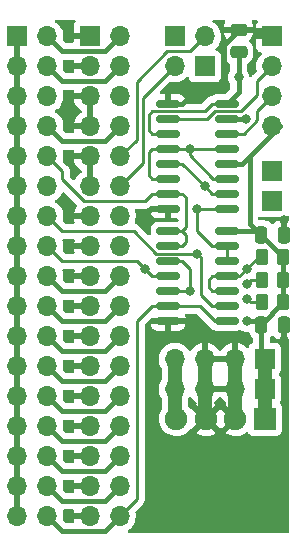
<source format=gtl>
G04 #@! TF.GenerationSoftware,KiCad,Pcbnew,6.0.8-f2edbf62ab~116~ubuntu22.04.1*
G04 #@! TF.CreationDate,2022-10-12T19:37:44+02:00*
G04 #@! TF.ProjectId,Amiga dual floppy selector,416d6967-6120-4647-9561-6c20666c6f70,0.2*
G04 #@! TF.SameCoordinates,Original*
G04 #@! TF.FileFunction,Copper,L1,Top*
G04 #@! TF.FilePolarity,Positive*
%FSLAX46Y46*%
G04 Gerber Fmt 4.6, Leading zero omitted, Abs format (unit mm)*
G04 Created by KiCad (PCBNEW 6.0.8-f2edbf62ab~116~ubuntu22.04.1) date 2022-10-12 19:37:44*
%MOMM*%
%LPD*%
G01*
G04 APERTURE LIST*
G04 Aperture macros list*
%AMRoundRect*
0 Rectangle with rounded corners*
0 $1 Rounding radius*
0 $2 $3 $4 $5 $6 $7 $8 $9 X,Y pos of 4 corners*
0 Add a 4 corners polygon primitive as box body*
4,1,4,$2,$3,$4,$5,$6,$7,$8,$9,$2,$3,0*
0 Add four circle primitives for the rounded corners*
1,1,$1+$1,$2,$3*
1,1,$1+$1,$4,$5*
1,1,$1+$1,$6,$7*
1,1,$1+$1,$8,$9*
0 Add four rect primitives between the rounded corners*
20,1,$1+$1,$2,$3,$4,$5,0*
20,1,$1+$1,$4,$5,$6,$7,0*
20,1,$1+$1,$6,$7,$8,$9,0*
20,1,$1+$1,$8,$9,$2,$3,0*%
G04 Aperture macros list end*
G04 #@! TA.AperFunction,ComponentPad*
%ADD10R,1.700000X1.700000*%
G04 #@! TD*
G04 #@! TA.AperFunction,ComponentPad*
%ADD11O,1.700000X1.700000*%
G04 #@! TD*
G04 #@! TA.AperFunction,ComponentPad*
%ADD12R,1.900000X1.900000*%
G04 #@! TD*
G04 #@! TA.AperFunction,ComponentPad*
%ADD13C,1.900000*%
G04 #@! TD*
G04 #@! TA.AperFunction,SMDPad,CuDef*
%ADD14RoundRect,0.150000X-0.825000X-0.150000X0.825000X-0.150000X0.825000X0.150000X-0.825000X0.150000X0*%
G04 #@! TD*
G04 #@! TA.AperFunction,SMDPad,CuDef*
%ADD15RoundRect,0.250000X0.262500X0.450000X-0.262500X0.450000X-0.262500X-0.450000X0.262500X-0.450000X0*%
G04 #@! TD*
G04 #@! TA.AperFunction,SMDPad,CuDef*
%ADD16RoundRect,0.250000X-0.250000X-0.475000X0.250000X-0.475000X0.250000X0.475000X-0.250000X0.475000X0*%
G04 #@! TD*
G04 #@! TA.AperFunction,SMDPad,CuDef*
%ADD17RoundRect,0.250000X0.475000X-0.250000X0.475000X0.250000X-0.475000X0.250000X-0.475000X-0.250000X0*%
G04 #@! TD*
G04 #@! TA.AperFunction,ViaPad*
%ADD18C,0.800000*%
G04 #@! TD*
G04 #@! TA.AperFunction,Conductor*
%ADD19C,0.400000*%
G04 #@! TD*
G04 #@! TA.AperFunction,Conductor*
%ADD20C,0.250000*%
G04 #@! TD*
G04 #@! TA.AperFunction,Conductor*
%ADD21C,1.200000*%
G04 #@! TD*
G04 APERTURE END LIST*
D10*
X107950000Y-68580000D03*
D11*
X110490000Y-68580000D03*
X107950000Y-71120000D03*
X110490000Y-71120000D03*
X107950000Y-73660000D03*
X110490000Y-73660000D03*
X107950000Y-76200000D03*
X110490000Y-76200000D03*
X107950000Y-78740000D03*
X110490000Y-78740000D03*
X107950000Y-81280000D03*
X110490000Y-81280000D03*
X107950000Y-83820000D03*
X110490000Y-83820000D03*
X107950000Y-86360000D03*
X110490000Y-86360000D03*
X107950000Y-88900000D03*
X110490000Y-88900000D03*
X107950000Y-91440000D03*
X110490000Y-91440000D03*
X107950000Y-93980000D03*
X110490000Y-93980000D03*
X107950000Y-96520000D03*
X110490000Y-96520000D03*
X107950000Y-99060000D03*
X110490000Y-99060000D03*
X107950000Y-101600000D03*
X110490000Y-101600000D03*
X107950000Y-104140000D03*
X110490000Y-104140000D03*
X107950000Y-106680000D03*
X110490000Y-106680000D03*
X107950000Y-109220000D03*
X110490000Y-109220000D03*
D12*
X128905000Y-100965000D03*
D13*
X126405000Y-100965000D03*
X123905000Y-100965000D03*
X121405000Y-100965000D03*
D10*
X128905000Y-95885000D03*
D11*
X126365000Y-95885000D03*
X123825000Y-95885000D03*
X121285000Y-95885000D03*
D10*
X128905000Y-98425000D03*
D11*
X126365000Y-98425000D03*
X123825000Y-98425000D03*
X121285000Y-98425000D03*
D14*
X120715000Y-85090000D03*
X120715000Y-86360000D03*
X120715000Y-87630000D03*
X120715000Y-88900000D03*
X120715000Y-90170000D03*
X120715000Y-91440000D03*
X120715000Y-92710000D03*
X125665000Y-92710000D03*
X125665000Y-91440000D03*
X125665000Y-90170000D03*
X125665000Y-88900000D03*
X125665000Y-87630000D03*
X125665000Y-86360000D03*
X125665000Y-85090000D03*
X120715000Y-74295000D03*
X120715000Y-75565000D03*
X120715000Y-76835000D03*
X120715000Y-78105000D03*
X120715000Y-79375000D03*
X120715000Y-80645000D03*
X120715000Y-81915000D03*
X120715000Y-83185000D03*
X125665000Y-83185000D03*
X125665000Y-81915000D03*
X125665000Y-80645000D03*
X125665000Y-79375000D03*
X125665000Y-78105000D03*
X125665000Y-76835000D03*
X125665000Y-75565000D03*
X125665000Y-74295000D03*
D15*
X130452500Y-89217500D03*
X128627500Y-89217500D03*
D10*
X129540000Y-68580000D03*
D11*
X129540000Y-71120000D03*
X129540000Y-73660000D03*
X129540000Y-76200000D03*
D10*
X129540000Y-80010000D03*
X129540000Y-82550000D03*
X123825000Y-71120000D03*
D11*
X121285000Y-71120000D03*
D10*
X121285000Y-68580000D03*
D11*
X123825000Y-68580000D03*
D16*
X128590000Y-93027500D03*
X130490000Y-93027500D03*
X128590000Y-85407500D03*
X130490000Y-85407500D03*
D15*
X130452500Y-87312500D03*
X128627500Y-87312500D03*
D17*
X126682500Y-69911000D03*
X126682500Y-68011000D03*
D15*
X130452500Y-91122500D03*
X128627500Y-91122500D03*
D10*
X114080225Y-68590000D03*
D11*
X116620225Y-68590000D03*
X114080225Y-71130000D03*
X116620225Y-71130000D03*
X114080225Y-73670000D03*
X116620225Y-73670000D03*
X114080225Y-76210000D03*
X116620225Y-76210000D03*
X114080225Y-78750000D03*
X116620225Y-78750000D03*
X114080225Y-81290000D03*
X116620225Y-81290000D03*
X114080225Y-83830000D03*
X116620225Y-83830000D03*
X114080225Y-86370000D03*
X116620225Y-86370000D03*
X114080225Y-88910000D03*
X116620225Y-88910000D03*
X114080225Y-91450000D03*
X116620225Y-91450000D03*
X114080225Y-93990000D03*
X116620225Y-93990000D03*
X114080225Y-96530000D03*
X116620225Y-96530000D03*
X114080225Y-99070000D03*
X116620225Y-99070000D03*
X114080225Y-101610000D03*
X116620225Y-101610000D03*
X114080225Y-104150000D03*
X116620225Y-104150000D03*
X114080225Y-106690000D03*
X116620225Y-106690000D03*
X114080225Y-109230000D03*
X116620225Y-109230000D03*
D18*
X127381000Y-92710000D03*
X126682500Y-72072500D03*
X118744998Y-84137500D03*
X125412500Y-73025000D03*
X130492500Y-94297500D03*
X130492500Y-84137500D03*
X127317500Y-75565000D03*
X122555000Y-78105000D03*
X123825000Y-81280000D03*
X123190000Y-86995000D03*
X118745000Y-88265000D03*
X123190000Y-83185000D03*
X127381000Y-90805002D03*
X122555000Y-90170000D03*
X127381000Y-89535004D03*
X127381000Y-88263765D03*
D19*
X125665000Y-85090000D02*
X128285000Y-85090000D01*
X130477500Y-89217500D02*
X130477500Y-87312500D01*
X125665000Y-79375000D02*
X127000000Y-79375000D01*
X127635000Y-78740000D02*
X127635000Y-84440000D01*
X128285000Y-85090000D02*
X128602500Y-85407500D01*
X127635000Y-84440000D02*
X128602500Y-85407500D01*
X128602500Y-85437500D02*
X130477500Y-87312500D01*
X127000000Y-79375000D02*
X127635000Y-78740000D01*
X127635000Y-78740000D02*
X130175000Y-76200000D01*
X125665000Y-74295000D02*
X126682500Y-73277500D01*
X128602500Y-95582500D02*
X128602500Y-93027500D01*
X130477500Y-91122500D02*
X130477500Y-89217500D01*
D20*
X124460000Y-74295000D02*
X125665000Y-74295000D01*
D19*
X126682500Y-72072500D02*
X126682500Y-69898500D01*
D20*
X120715000Y-76835000D02*
X119380000Y-76835000D01*
D19*
X128602500Y-93027500D02*
X128602500Y-92997500D01*
X127381000Y-92710000D02*
X128285000Y-92710000D01*
D20*
X119062500Y-75257490D02*
X119389990Y-74930000D01*
D21*
X128905000Y-100965000D02*
X128905000Y-95885000D01*
D20*
X119380000Y-76835000D02*
X119062500Y-76517500D01*
D19*
X128285000Y-92710000D02*
X128602500Y-93027500D01*
D20*
X119389990Y-74930000D02*
X123825000Y-74930000D01*
X123825000Y-74930000D02*
X124460000Y-74295000D01*
D19*
X128602500Y-92997500D02*
X130477500Y-91122500D01*
X126682500Y-73277500D02*
X126682500Y-72072500D01*
X128905000Y-95885000D02*
X128602500Y-95582500D01*
D20*
X119062500Y-76517500D02*
X119062500Y-75257490D01*
X120715000Y-83185000D02*
X119380000Y-83185000D01*
D19*
X125412500Y-69293500D02*
X125412500Y-72459315D01*
X130477500Y-85407500D02*
X130477500Y-84152500D01*
X126682500Y-68023500D02*
X125412500Y-69293500D01*
X121920000Y-74295000D02*
X123190000Y-73025000D01*
D21*
X126365000Y-95885000D02*
X126365000Y-100925000D01*
X123825000Y-95885000D02*
X123825000Y-100885000D01*
D19*
X130477500Y-84152500D02*
X130492500Y-84137500D01*
X130477500Y-93027500D02*
X130477500Y-94282500D01*
X128983500Y-68023500D02*
X129540000Y-68580000D01*
X123190000Y-73025000D02*
X125412500Y-73025000D01*
X125412500Y-72459315D02*
X125412500Y-73025000D01*
D21*
X123825000Y-100885000D02*
X123905000Y-100965000D01*
D19*
X130477500Y-94282500D02*
X130492500Y-94297500D01*
X126682500Y-68023500D02*
X128983500Y-68023500D01*
X125665000Y-75565000D02*
X127317500Y-75565000D01*
X120715000Y-74295000D02*
X121920000Y-74295000D01*
D20*
X118744998Y-83820002D02*
X118744998Y-84137500D01*
D21*
X126365000Y-100925000D02*
X126405000Y-100965000D01*
D20*
X119380000Y-83185000D02*
X118744998Y-83820002D01*
X118046500Y-77323725D02*
X118046500Y-72453500D01*
X122555000Y-69850000D02*
X123825000Y-68580000D01*
X120650000Y-69850000D02*
X122555000Y-69850000D01*
X116620225Y-78750000D02*
X118046500Y-77323725D01*
X118046500Y-72453500D02*
X120650000Y-69850000D01*
X120715000Y-78105000D02*
X122555000Y-78105000D01*
X125665000Y-80645000D02*
X124529315Y-80645000D01*
X124529315Y-80645000D02*
X122555000Y-78670685D01*
X122555000Y-78670685D02*
X122555000Y-78105000D01*
X125665000Y-78105000D02*
X122555000Y-78105000D01*
X119380000Y-78105000D02*
X120715000Y-78105000D01*
X119380000Y-80645000D02*
X119062500Y-80327500D01*
X119062500Y-80327500D02*
X119062500Y-78422500D01*
X119062500Y-78422500D02*
X119380000Y-78105000D01*
X120715000Y-80645000D02*
X119380000Y-80645000D01*
X118560011Y-79350214D02*
X117470224Y-80440001D01*
X121285000Y-71120000D02*
X118560011Y-73844989D01*
X117470224Y-80440001D02*
X116620225Y-81290000D01*
X118560011Y-73844989D02*
X118560011Y-79350214D01*
X121920000Y-79375000D02*
X120715000Y-79375000D01*
X123825000Y-81280000D02*
X121920000Y-79375000D01*
X125665000Y-81915000D02*
X124460000Y-81915000D01*
X124460000Y-81915000D02*
X123825000Y-81280000D01*
X125665000Y-92710000D02*
X124690000Y-92710000D01*
X123420000Y-91440000D02*
X121690000Y-91440000D01*
X121690000Y-91440000D02*
X120715000Y-91440000D01*
X124690000Y-92710000D02*
X123420000Y-91440000D01*
X117470224Y-108380001D02*
X116620225Y-109230000D01*
X118110000Y-107740225D02*
X117470224Y-108380001D01*
X120715000Y-91440000D02*
X119380000Y-91440000D01*
D19*
X111760000Y-110490000D02*
X110490000Y-109220000D01*
X115360225Y-110490000D02*
X111760000Y-110490000D01*
D20*
X118110000Y-92710000D02*
X118110000Y-107740225D01*
X119380000Y-91440000D02*
X118110000Y-92710000D01*
D19*
X116620225Y-109230000D02*
X115360225Y-110490000D01*
X115370224Y-107940001D02*
X111750001Y-107940001D01*
X116620225Y-106690000D02*
X115370224Y-107940001D01*
X111339999Y-107529999D02*
X110490000Y-106680000D01*
X111750001Y-107940001D02*
X111339999Y-107529999D01*
X115360225Y-105410000D02*
X111760000Y-105410000D01*
X111760000Y-105410000D02*
X110490000Y-104140000D01*
X116620225Y-104150000D02*
X115360225Y-105410000D01*
X115360225Y-102870000D02*
X111760000Y-102870000D01*
X116620225Y-101610000D02*
X115360225Y-102870000D01*
X111760000Y-102870000D02*
X110490000Y-101600000D01*
X116620225Y-99070000D02*
X115360225Y-100330000D01*
X111760000Y-100330000D02*
X110490000Y-99060000D01*
X115360225Y-100330000D02*
X111760000Y-100330000D01*
X111760000Y-97790000D02*
X110490000Y-96520000D01*
X116620225Y-96530000D02*
X115360225Y-97790000D01*
X115360225Y-97790000D02*
X111760000Y-97790000D01*
X110490000Y-93980000D02*
X111760000Y-95250000D01*
X111760000Y-95250000D02*
X115360225Y-95250000D01*
X115360225Y-95250000D02*
X116620225Y-93990000D01*
X115360225Y-92710000D02*
X116620225Y-91450000D01*
X110490000Y-91440000D02*
X111760000Y-92710000D01*
X111760000Y-92710000D02*
X115360225Y-92710000D01*
X110490000Y-88900000D02*
X111760000Y-90170000D01*
X111760000Y-90170000D02*
X115360225Y-90170000D01*
X115360225Y-90170000D02*
X116620225Y-88910000D01*
X115360225Y-77470000D02*
X111760000Y-77470000D01*
X111760000Y-77470000D02*
X110490000Y-76200000D01*
X116620225Y-76210000D02*
X115360225Y-77470000D01*
X111760000Y-72390000D02*
X110490000Y-71120000D01*
X115360225Y-72390000D02*
X111760000Y-72390000D01*
X116620225Y-71130000D02*
X115360225Y-72390000D01*
X111760000Y-69850000D02*
X115360225Y-69850000D01*
X115360225Y-69850000D02*
X116620225Y-68590000D01*
X110490000Y-68580000D02*
X111760000Y-69850000D01*
D20*
X123507500Y-87312500D02*
X123190000Y-86995000D01*
X111760000Y-85090000D02*
X117798232Y-85090000D01*
X123507500Y-90487500D02*
X123507500Y-87312500D01*
X125665000Y-91440000D02*
X124460000Y-91440000D01*
X119703232Y-86995000D02*
X123009998Y-86995000D01*
X117798232Y-85090000D02*
X119703232Y-86995000D01*
X124460000Y-91440000D02*
X123507500Y-90487500D01*
X123009998Y-86995000D02*
X123190000Y-86995000D01*
X110490000Y-83820000D02*
X111760000Y-85090000D01*
X120715000Y-88900000D02*
X119380000Y-88900000D01*
X118345001Y-87865001D02*
X118745000Y-88265000D01*
X118110000Y-87630000D02*
X118345001Y-87865001D01*
X111760000Y-87630000D02*
X118110000Y-87630000D01*
X110490000Y-86360000D02*
X111760000Y-87630000D01*
X119380000Y-88900000D02*
X118745000Y-88265000D01*
X120715000Y-85090000D02*
X121920000Y-85090000D01*
X122237500Y-86042500D02*
X122237500Y-85407500D01*
X119380000Y-81915000D02*
X120715000Y-81915000D01*
X110490000Y-78740000D02*
X111760000Y-80010000D01*
X111760000Y-80708777D02*
X113601223Y-82550000D01*
X120715000Y-86360000D02*
X121920000Y-86360000D01*
X111760000Y-80010000D02*
X111760000Y-80708777D01*
X122237500Y-84772500D02*
X121920000Y-85090000D01*
X113601223Y-82550000D02*
X118745000Y-82550000D01*
X118745000Y-82550000D02*
X119380000Y-81915000D01*
X122237500Y-85407500D02*
X121920000Y-85090000D01*
X121920000Y-86360000D02*
X122237500Y-86042500D01*
X120715000Y-81915000D02*
X121920000Y-81915000D01*
X122237500Y-82232500D02*
X122237500Y-84772500D01*
X121920000Y-81915000D02*
X122237500Y-82232500D01*
X125665000Y-87630000D02*
X125665000Y-87330000D01*
X123190000Y-85090000D02*
X123190000Y-83750685D01*
X123190000Y-83750685D02*
X123190000Y-83185000D01*
X125665000Y-86360000D02*
X124460000Y-86360000D01*
X125665000Y-87330000D02*
X125665000Y-86360000D01*
X125665000Y-83185000D02*
X123190000Y-83185000D01*
X124460000Y-86360000D02*
X123190000Y-85090000D01*
X128602500Y-91122500D02*
X127698498Y-91122500D01*
X127698498Y-91122500D02*
X127381000Y-90805002D01*
X128270000Y-72390000D02*
X129540000Y-71120000D01*
X124653232Y-74930000D02*
X126873000Y-74930000D01*
X124018232Y-75565000D02*
X124653232Y-74930000D01*
X126873000Y-74930000D02*
X128270000Y-73533000D01*
X128270000Y-73533000D02*
X128270000Y-72390000D01*
X120715000Y-75565000D02*
X124018232Y-75565000D01*
X127120504Y-76835000D02*
X126640000Y-76835000D01*
X128270000Y-75685504D02*
X127120504Y-76835000D01*
X128270000Y-74930000D02*
X128270000Y-75685504D01*
X129540000Y-73660000D02*
X128270000Y-74930000D01*
X126640000Y-76835000D02*
X125665000Y-76835000D01*
X120715000Y-90170000D02*
X122555000Y-90170000D01*
X120715000Y-87630000D02*
X121920000Y-87630000D01*
X122555000Y-88265000D02*
X122555000Y-90170000D01*
X127698504Y-89217500D02*
X127381000Y-89535004D01*
X128602500Y-89217500D02*
X127698504Y-89217500D01*
X121920000Y-87630000D02*
X122555000Y-88265000D01*
X125665000Y-88900000D02*
X126744765Y-88900000D01*
X124460000Y-90170000D02*
X125665000Y-90170000D01*
X124142500Y-89852500D02*
X124460000Y-90170000D01*
X128602500Y-87312500D02*
X128332265Y-87312500D01*
X124460000Y-88900000D02*
X124142500Y-89217500D01*
X126744765Y-88900000D02*
X127381000Y-88263765D01*
X125665000Y-88900000D02*
X124460000Y-88900000D01*
X124142500Y-89217500D02*
X124142500Y-89852500D01*
X128332265Y-87312500D02*
X127381000Y-88263765D01*
D21*
X121285000Y-95885000D02*
X121285000Y-100845000D01*
X121285000Y-100845000D02*
X121405000Y-100965000D01*
G04 #@! TA.AperFunction,Conductor*
G36*
X123173527Y-92093502D02*
G01*
X123194501Y-92110405D01*
X124186343Y-93102247D01*
X124193887Y-93110537D01*
X124198000Y-93117018D01*
X124203777Y-93122443D01*
X124247667Y-93163658D01*
X124250509Y-93166413D01*
X124253118Y-93169022D01*
X124272476Y-93193978D01*
X124311331Y-93259678D01*
X124315547Y-93266807D01*
X124433193Y-93384453D01*
X124440017Y-93388489D01*
X124440020Y-93388491D01*
X124537417Y-93446091D01*
X124576399Y-93469145D01*
X124584010Y-93471356D01*
X124584012Y-93471357D01*
X124636231Y-93486528D01*
X124736169Y-93515562D01*
X124742574Y-93516066D01*
X124742579Y-93516067D01*
X124771042Y-93518307D01*
X124771050Y-93518307D01*
X124773498Y-93518500D01*
X126556502Y-93518500D01*
X126558950Y-93518307D01*
X126558958Y-93518307D01*
X126587421Y-93516067D01*
X126587426Y-93516066D01*
X126593831Y-93515562D01*
X126674389Y-93492158D01*
X126745989Y-93471357D01*
X126745993Y-93471355D01*
X126753601Y-93469145D01*
X126760423Y-93465110D01*
X126766076Y-93462664D01*
X126836538Y-93453967D01*
X126890177Y-93476364D01*
X126924248Y-93501118D01*
X126930276Y-93503802D01*
X126930278Y-93503803D01*
X127092681Y-93576109D01*
X127098712Y-93578794D01*
X127192113Y-93598647D01*
X127279056Y-93617128D01*
X127279061Y-93617128D01*
X127285513Y-93618500D01*
X127476487Y-93618500D01*
X127476947Y-93618402D01*
X127544549Y-93630763D01*
X127596396Y-93679264D01*
X127607407Y-93703426D01*
X127614461Y-93724570D01*
X127648450Y-93826446D01*
X127741522Y-93976848D01*
X127746704Y-93982021D01*
X127857018Y-94092143D01*
X127891097Y-94154426D01*
X127894000Y-94181316D01*
X127894000Y-94464928D01*
X127873998Y-94533049D01*
X127824185Y-94576212D01*
X127824574Y-94576923D01*
X127821289Y-94578722D01*
X127820342Y-94579542D01*
X127818059Y-94580490D01*
X127816699Y-94581235D01*
X127808295Y-94584385D01*
X127801116Y-94589765D01*
X127801113Y-94589767D01*
X127728568Y-94644137D01*
X127691739Y-94671739D01*
X127604385Y-94788295D01*
X127601233Y-94796703D01*
X127601232Y-94796705D01*
X127559722Y-94907433D01*
X127517081Y-94964198D01*
X127450519Y-94988898D01*
X127381170Y-94973691D01*
X127348546Y-94948004D01*
X127297799Y-94892234D01*
X127290273Y-94885215D01*
X127123139Y-94753222D01*
X127114552Y-94747517D01*
X126928117Y-94644599D01*
X126918705Y-94640369D01*
X126717959Y-94569280D01*
X126707988Y-94566646D01*
X126636837Y-94553972D01*
X126623540Y-94555432D01*
X126619000Y-94569989D01*
X126619000Y-98553000D01*
X126598998Y-98621121D01*
X126545342Y-98667614D01*
X126493000Y-98679000D01*
X123697000Y-98679000D01*
X123628879Y-98658998D01*
X123582386Y-98605342D01*
X123571000Y-98553000D01*
X123571000Y-98152885D01*
X124079000Y-98152885D01*
X124083475Y-98168124D01*
X124084865Y-98169329D01*
X124092548Y-98171000D01*
X126092885Y-98171000D01*
X126108124Y-98166525D01*
X126109329Y-98165135D01*
X126111000Y-98157452D01*
X126111000Y-96157115D01*
X126106525Y-96141876D01*
X126105135Y-96140671D01*
X126097452Y-96139000D01*
X124097115Y-96139000D01*
X124081876Y-96143475D01*
X124080671Y-96144865D01*
X124079000Y-96152548D01*
X124079000Y-98152885D01*
X123571000Y-98152885D01*
X123571000Y-95612885D01*
X124079000Y-95612885D01*
X124083475Y-95628124D01*
X124084865Y-95629329D01*
X124092548Y-95631000D01*
X126092885Y-95631000D01*
X126108124Y-95626525D01*
X126109329Y-95625135D01*
X126111000Y-95617452D01*
X126111000Y-94568102D01*
X126107082Y-94554758D01*
X126092806Y-94552771D01*
X126054324Y-94558660D01*
X126044288Y-94561051D01*
X125841868Y-94627212D01*
X125832359Y-94631209D01*
X125643463Y-94729542D01*
X125634738Y-94735036D01*
X125464433Y-94862905D01*
X125456726Y-94869748D01*
X125309590Y-95023717D01*
X125303104Y-95031727D01*
X125198193Y-95185521D01*
X125143282Y-95230524D01*
X125072757Y-95238695D01*
X125009010Y-95207441D01*
X124988313Y-95182957D01*
X124907427Y-95057926D01*
X124901136Y-95049757D01*
X124757806Y-94892240D01*
X124750273Y-94885215D01*
X124583139Y-94753222D01*
X124574552Y-94747517D01*
X124388117Y-94644599D01*
X124378705Y-94640369D01*
X124177959Y-94569280D01*
X124167988Y-94566646D01*
X124096837Y-94553972D01*
X124083540Y-94555432D01*
X124079000Y-94569989D01*
X124079000Y-95612885D01*
X123571000Y-95612885D01*
X123571000Y-94568102D01*
X123567082Y-94554758D01*
X123552806Y-94552771D01*
X123514324Y-94558660D01*
X123504288Y-94561051D01*
X123301868Y-94627212D01*
X123292359Y-94631209D01*
X123103463Y-94729542D01*
X123094738Y-94735036D01*
X122924433Y-94862905D01*
X122916726Y-94869748D01*
X122769590Y-95023717D01*
X122763109Y-95031722D01*
X122658498Y-95185074D01*
X122603587Y-95230076D01*
X122533062Y-95238247D01*
X122469315Y-95206993D01*
X122448618Y-95182509D01*
X122367822Y-95057617D01*
X122367820Y-95057614D01*
X122365014Y-95053277D01*
X122214670Y-94888051D01*
X122210619Y-94884852D01*
X122210615Y-94884848D01*
X122043414Y-94752800D01*
X122043410Y-94752798D01*
X122039359Y-94749598D01*
X122003028Y-94729542D01*
X121987136Y-94720769D01*
X121843789Y-94641638D01*
X121838920Y-94639914D01*
X121838916Y-94639912D01*
X121638087Y-94568795D01*
X121638083Y-94568794D01*
X121633212Y-94567069D01*
X121628119Y-94566162D01*
X121628116Y-94566161D01*
X121418373Y-94528800D01*
X121418367Y-94528799D01*
X121413284Y-94527894D01*
X121339452Y-94526992D01*
X121195081Y-94525228D01*
X121195079Y-94525228D01*
X121189911Y-94525165D01*
X120969091Y-94558955D01*
X120756756Y-94628357D01*
X120558607Y-94731507D01*
X120554474Y-94734610D01*
X120554471Y-94734612D01*
X120384100Y-94862530D01*
X120379965Y-94865635D01*
X120225629Y-95027138D01*
X120222715Y-95031410D01*
X120222714Y-95031411D01*
X120211401Y-95047996D01*
X120099743Y-95211680D01*
X120064949Y-95286638D01*
X120014836Y-95394598D01*
X120005688Y-95414305D01*
X119945989Y-95629570D01*
X119922251Y-95851695D01*
X119922548Y-95856848D01*
X119922548Y-95856851D01*
X119930000Y-95986091D01*
X119935110Y-96074715D01*
X119936247Y-96079761D01*
X119936248Y-96079767D01*
X119950606Y-96143475D01*
X119984222Y-96292639D01*
X120068266Y-96499616D01*
X120124580Y-96591511D01*
X120157933Y-96645939D01*
X120176500Y-96711774D01*
X120176500Y-97600274D01*
X120154589Y-97671278D01*
X120099743Y-97751680D01*
X120097570Y-97756362D01*
X120097568Y-97756365D01*
X120014836Y-97934598D01*
X120005688Y-97954305D01*
X119945989Y-98169570D01*
X119922251Y-98391695D01*
X119922548Y-98396848D01*
X119922548Y-98396851D01*
X119930000Y-98526091D01*
X119935110Y-98614715D01*
X119936247Y-98619761D01*
X119936248Y-98619767D01*
X119947031Y-98667614D01*
X119984222Y-98832639D01*
X120068266Y-99039616D01*
X120124580Y-99131511D01*
X120157933Y-99185939D01*
X120176500Y-99251774D01*
X120176500Y-100138726D01*
X120154588Y-100209730D01*
X120132495Y-100242117D01*
X120086225Y-100341797D01*
X120037620Y-100446507D01*
X120031516Y-100459656D01*
X119967424Y-100690768D01*
X119941938Y-100929244D01*
X119942235Y-100934396D01*
X119942235Y-100934400D01*
X119944552Y-100974580D01*
X119955744Y-101168680D01*
X119956879Y-101173717D01*
X119956880Y-101173723D01*
X119962390Y-101198173D01*
X120008470Y-101402646D01*
X120098702Y-101624859D01*
X120224014Y-101829351D01*
X120381043Y-102010630D01*
X120565571Y-102163828D01*
X120772643Y-102284831D01*
X120996697Y-102370389D01*
X121001763Y-102371420D01*
X121001764Y-102371420D01*
X121058039Y-102382869D01*
X121231716Y-102418204D01*
X121366089Y-102423131D01*
X121466225Y-102426803D01*
X121466229Y-102426803D01*
X121471389Y-102426992D01*
X121476509Y-102426336D01*
X121476511Y-102426336D01*
X121704151Y-102397175D01*
X121704152Y-102397175D01*
X121709279Y-102396518D01*
X121792935Y-102371420D01*
X121934042Y-102329086D01*
X121934047Y-102329084D01*
X121938997Y-102327599D01*
X122154374Y-102222087D01*
X122158579Y-102219087D01*
X122158585Y-102219084D01*
X122235950Y-102163900D01*
X123071358Y-102163900D01*
X123074661Y-102168560D01*
X123268399Y-102281771D01*
X123277686Y-102286221D01*
X123492006Y-102368062D01*
X123501908Y-102370939D01*
X123726699Y-102416673D01*
X123736951Y-102417896D01*
X123966202Y-102426302D01*
X123976488Y-102425835D01*
X124204043Y-102396684D01*
X124214129Y-102394541D01*
X124433864Y-102328617D01*
X124443459Y-102324856D01*
X124649466Y-102223935D01*
X124658332Y-102218650D01*
X124725945Y-102170421D01*
X124734346Y-102159721D01*
X124727358Y-102146568D01*
X123917812Y-101337022D01*
X123903868Y-101329408D01*
X123902035Y-101329539D01*
X123895420Y-101333790D01*
X123078635Y-102150575D01*
X123071358Y-102163900D01*
X122235950Y-102163900D01*
X122267356Y-102141498D01*
X122349627Y-102082815D01*
X122519511Y-101913523D01*
X122537802Y-101888069D01*
X122568457Y-101845407D01*
X122624452Y-101801759D01*
X122691378Y-101794628D01*
X122707557Y-101797309D01*
X122717970Y-101792820D01*
X123532978Y-100977812D01*
X123539356Y-100966132D01*
X124269408Y-100966132D01*
X124269539Y-100967965D01*
X124273790Y-100974580D01*
X125087130Y-101787920D01*
X125101074Y-101795534D01*
X125125569Y-101793782D01*
X125140515Y-101788041D01*
X125173496Y-101794879D01*
X125174015Y-101791750D01*
X125207557Y-101797308D01*
X125217970Y-101792820D01*
X126032978Y-100977812D01*
X126040592Y-100963868D01*
X126040461Y-100962035D01*
X126036210Y-100955420D01*
X125222884Y-100142094D01*
X125208940Y-100134480D01*
X125187943Y-100135981D01*
X125169097Y-100143486D01*
X125135234Y-100136896D01*
X125134985Y-100138666D01*
X125101317Y-100133929D01*
X125090132Y-100139078D01*
X124277022Y-100952188D01*
X124269408Y-100966132D01*
X123539356Y-100966132D01*
X123540592Y-100963868D01*
X123540461Y-100962035D01*
X123536210Y-100955420D01*
X122722884Y-100142094D01*
X122708940Y-100134480D01*
X122683816Y-100136277D01*
X122614442Y-100121186D01*
X122570545Y-100080441D01*
X122570479Y-100080492D01*
X122570177Y-100080100D01*
X122569035Y-100079040D01*
X122567323Y-100076394D01*
X122564515Y-100072053D01*
X122426307Y-99920164D01*
X122395255Y-99856319D01*
X122393500Y-99835365D01*
X122393500Y-99251087D01*
X122417177Y-99177561D01*
X122453453Y-99127077D01*
X122454640Y-99127930D01*
X122501960Y-99084362D01*
X122571897Y-99072145D01*
X122637338Y-99099678D01*
X122665166Y-99131511D01*
X122722694Y-99225388D01*
X122728777Y-99233699D01*
X122868213Y-99394667D01*
X122875580Y-99401883D01*
X123039434Y-99537916D01*
X123047885Y-99543834D01*
X123064941Y-99553801D01*
X123113664Y-99605440D01*
X123126735Y-99675223D01*
X123100003Y-99740994D01*
X123087011Y-99753632D01*
X123074795Y-99769999D01*
X123081540Y-99782330D01*
X123892188Y-100592978D01*
X123906132Y-100600592D01*
X123907965Y-100600461D01*
X123914580Y-100596210D01*
X124729590Y-99781200D01*
X124736611Y-99768343D01*
X124728838Y-99757676D01*
X124718667Y-99749643D01*
X124710088Y-99743943D01*
X124662298Y-99717562D01*
X124612327Y-99667129D01*
X124597555Y-99597687D01*
X124622671Y-99531281D01*
X124650022Y-99504675D01*
X124700325Y-99468794D01*
X124708200Y-99462139D01*
X124859052Y-99311812D01*
X124865730Y-99303965D01*
X124993022Y-99126819D01*
X124994147Y-99127627D01*
X125041669Y-99083876D01*
X125111607Y-99071661D01*
X125177046Y-99099197D01*
X125204870Y-99131028D01*
X125262690Y-99225383D01*
X125268777Y-99233699D01*
X125408213Y-99394667D01*
X125415580Y-99401883D01*
X125579435Y-99537917D01*
X125591227Y-99546175D01*
X125635554Y-99601634D01*
X125642860Y-99672254D01*
X125610827Y-99735613D01*
X125594606Y-99750146D01*
X125583248Y-99758674D01*
X125574795Y-99769999D01*
X125581540Y-99782330D01*
X126675115Y-100875905D01*
X126709141Y-100938217D01*
X126704076Y-101009032D01*
X126675115Y-101054095D01*
X125578635Y-102150575D01*
X125571358Y-102163900D01*
X125574661Y-102168560D01*
X125768399Y-102281771D01*
X125777686Y-102286221D01*
X125992006Y-102368062D01*
X126001908Y-102370939D01*
X126226699Y-102416673D01*
X126236951Y-102417896D01*
X126466202Y-102426302D01*
X126476488Y-102425835D01*
X126704043Y-102396684D01*
X126714129Y-102394541D01*
X126933864Y-102328617D01*
X126943459Y-102324856D01*
X127149468Y-102223933D01*
X127158326Y-102218654D01*
X127315125Y-102106810D01*
X127382199Y-102083537D01*
X127451207Y-102100220D01*
X127498813Y-102148879D01*
X127501235Y-102153303D01*
X127504385Y-102161705D01*
X127591739Y-102278261D01*
X127708295Y-102365615D01*
X127844684Y-102416745D01*
X127906866Y-102423500D01*
X129903134Y-102423500D01*
X129965316Y-102416745D01*
X130101705Y-102365615D01*
X130218261Y-102278261D01*
X130305615Y-102161705D01*
X130356745Y-102025316D01*
X130363500Y-101963134D01*
X130363500Y-99966866D01*
X130356745Y-99904684D01*
X130305615Y-99768295D01*
X130218261Y-99651739D01*
X130221115Y-99649600D01*
X130195258Y-99602249D01*
X130200323Y-99531434D01*
X130203453Y-99524589D01*
X130205615Y-99521705D01*
X130256745Y-99385316D01*
X130262974Y-99327973D01*
X130263131Y-99326531D01*
X130263500Y-99323134D01*
X130263500Y-97526866D01*
X130256745Y-97464684D01*
X130205615Y-97328295D01*
X130132370Y-97230564D01*
X130107522Y-97164059D01*
X130122575Y-97094676D01*
X130132370Y-97079435D01*
X130150082Y-97055802D01*
X130205615Y-96981705D01*
X130256745Y-96845316D01*
X130262974Y-96787973D01*
X130263131Y-96786531D01*
X130263500Y-96783134D01*
X130263500Y-94986866D01*
X130256745Y-94924684D01*
X130205615Y-94788295D01*
X130118261Y-94671739D01*
X130001705Y-94584385D01*
X129865316Y-94533255D01*
X129803134Y-94526500D01*
X129437000Y-94526500D01*
X129368879Y-94506498D01*
X129322386Y-94452842D01*
X129311000Y-94400500D01*
X129311000Y-94156459D01*
X129331002Y-94088338D01*
X129347827Y-94067441D01*
X129434131Y-93980986D01*
X129439305Y-93975803D01*
X129442102Y-93971265D01*
X129499353Y-93930676D01*
X129570276Y-93927446D01*
X129631687Y-93963072D01*
X129639062Y-93971568D01*
X129647098Y-93981707D01*
X129761829Y-94096239D01*
X129773240Y-94105251D01*
X129911243Y-94190316D01*
X129924424Y-94196463D01*
X130078710Y-94247638D01*
X130092086Y-94250505D01*
X130186438Y-94260172D01*
X130192854Y-94260500D01*
X130217885Y-94260500D01*
X130233124Y-94256025D01*
X130234329Y-94254635D01*
X130236000Y-94246952D01*
X130236000Y-92899500D01*
X130256002Y-92831379D01*
X130309658Y-92784886D01*
X130362000Y-92773500D01*
X130618000Y-92773500D01*
X130686121Y-92793502D01*
X130732614Y-92847158D01*
X130744000Y-92899500D01*
X130744000Y-94242384D01*
X130748475Y-94257623D01*
X130749865Y-94258828D01*
X130757548Y-94260499D01*
X130787095Y-94260499D01*
X130793607Y-94260162D01*
X130797502Y-94259758D01*
X130867322Y-94272626D01*
X130919102Y-94321199D01*
X130936500Y-94385086D01*
X130936500Y-110490500D01*
X130916498Y-110558621D01*
X130862842Y-110605114D01*
X130810500Y-110616500D01*
X117409577Y-110616500D01*
X117341456Y-110596498D01*
X117294963Y-110542842D01*
X117284859Y-110472568D01*
X117314353Y-110407988D01*
X117336409Y-110387921D01*
X117408314Y-110336632D01*
X117500085Y-110271173D01*
X117658321Y-110113489D01*
X117668758Y-110098965D01*
X117785660Y-109936277D01*
X117788678Y-109932077D01*
X117793302Y-109922722D01*
X117885361Y-109736453D01*
X117885362Y-109736451D01*
X117887655Y-109731811D01*
X117952595Y-109518069D01*
X117981754Y-109296590D01*
X117983381Y-109230000D01*
X117965077Y-109007361D01*
X117937046Y-108895766D01*
X117939850Y-108824825D01*
X117970155Y-108775974D01*
X118228628Y-108517502D01*
X118502258Y-108243872D01*
X118510537Y-108236338D01*
X118517018Y-108232225D01*
X118563644Y-108182573D01*
X118566398Y-108179732D01*
X118586135Y-108159995D01*
X118588615Y-108156798D01*
X118596320Y-108147776D01*
X118621159Y-108121325D01*
X118626586Y-108115546D01*
X118630405Y-108108600D01*
X118630407Y-108108597D01*
X118636348Y-108097791D01*
X118647199Y-108081272D01*
X118654758Y-108071526D01*
X118659614Y-108065266D01*
X118662759Y-108057997D01*
X118662762Y-108057993D01*
X118677174Y-108024688D01*
X118682391Y-108014038D01*
X118703695Y-107975285D01*
X118708733Y-107955662D01*
X118715137Y-107936959D01*
X118720033Y-107925645D01*
X118720033Y-107925644D01*
X118723181Y-107918370D01*
X118724420Y-107910547D01*
X118724423Y-107910537D01*
X118730099Y-107874701D01*
X118732505Y-107863081D01*
X118741528Y-107827936D01*
X118741528Y-107827935D01*
X118743500Y-107820255D01*
X118743500Y-107800001D01*
X118745051Y-107780290D01*
X118746980Y-107768111D01*
X118748220Y-107760282D01*
X118744059Y-107716263D01*
X118743500Y-107704406D01*
X118743500Y-93024594D01*
X118757806Y-92975871D01*
X119238456Y-92975871D01*
X119279107Y-93115790D01*
X119285352Y-93130221D01*
X119361911Y-93259678D01*
X119371551Y-93272104D01*
X119477896Y-93378449D01*
X119490322Y-93388089D01*
X119619779Y-93464648D01*
X119634210Y-93470893D01*
X119780065Y-93513269D01*
X119792667Y-93515570D01*
X119821084Y-93517807D01*
X119826014Y-93518000D01*
X120442885Y-93518000D01*
X120458124Y-93513525D01*
X120459329Y-93512135D01*
X120461000Y-93504452D01*
X120461000Y-93499884D01*
X120969000Y-93499884D01*
X120973475Y-93515123D01*
X120974865Y-93516328D01*
X120982548Y-93517999D01*
X121603984Y-93517999D01*
X121608920Y-93517805D01*
X121637336Y-93515570D01*
X121649931Y-93513270D01*
X121795790Y-93470893D01*
X121810221Y-93464648D01*
X121939678Y-93388089D01*
X121952104Y-93378449D01*
X122058449Y-93272104D01*
X122068089Y-93259678D01*
X122144648Y-93130221D01*
X122150893Y-93115790D01*
X122189939Y-92981395D01*
X122189899Y-92967294D01*
X122182630Y-92964000D01*
X120987115Y-92964000D01*
X120971876Y-92968475D01*
X120970671Y-92969865D01*
X120969000Y-92977548D01*
X120969000Y-93499884D01*
X120461000Y-93499884D01*
X120461000Y-92982115D01*
X120456525Y-92966876D01*
X120455135Y-92965671D01*
X120447452Y-92964000D01*
X119253122Y-92964000D01*
X119239591Y-92967973D01*
X119238456Y-92975871D01*
X118757806Y-92975871D01*
X118763502Y-92956473D01*
X118780405Y-92935499D01*
X119222999Y-92492905D01*
X119285311Y-92458879D01*
X119312094Y-92456000D01*
X122176878Y-92456000D01*
X122190409Y-92452027D01*
X122191544Y-92444129D01*
X122150893Y-92304210D01*
X122144648Y-92289779D01*
X122129189Y-92263639D01*
X122111730Y-92194823D01*
X122134247Y-92127491D01*
X122189591Y-92083022D01*
X122237643Y-92073500D01*
X123105406Y-92073500D01*
X123173527Y-92093502D01*
G37*
G04 #@! TD.AperFunction*
G04 #@! TA.AperFunction,Conductor*
G36*
X112734584Y-108668503D02*
G01*
X112781077Y-108722159D01*
X112791181Y-108792433D01*
X112787880Y-108808174D01*
X112744614Y-108964184D01*
X112746137Y-108972607D01*
X112758517Y-108976000D01*
X113808110Y-108976000D01*
X113823349Y-108971525D01*
X113824554Y-108970135D01*
X113826225Y-108962452D01*
X113826225Y-108774501D01*
X113846227Y-108706380D01*
X113899883Y-108659887D01*
X113952225Y-108648501D01*
X114208225Y-108648501D01*
X114276346Y-108668503D01*
X114322839Y-108722159D01*
X114334225Y-108774501D01*
X114334225Y-109358000D01*
X114314223Y-109426121D01*
X114260567Y-109472614D01*
X114208225Y-109484000D01*
X112763450Y-109484000D01*
X112749919Y-109487973D01*
X112748482Y-109497966D01*
X112777742Y-109627799D01*
X112773206Y-109698651D01*
X112731084Y-109755802D01*
X112664751Y-109781108D01*
X112654825Y-109781500D01*
X112105660Y-109781500D01*
X112037539Y-109761498D01*
X112016565Y-109744595D01*
X111861383Y-109589413D01*
X111827357Y-109527101D01*
X111825556Y-109483871D01*
X111843444Y-109348000D01*
X111851529Y-109286590D01*
X111851611Y-109283240D01*
X111853074Y-109223365D01*
X111853074Y-109223361D01*
X111853156Y-109220000D01*
X111834852Y-108997361D01*
X111833591Y-108992339D01*
X111786584Y-108805196D01*
X111789388Y-108734255D01*
X111830101Y-108676092D01*
X111895797Y-108649173D01*
X111908788Y-108648501D01*
X112666463Y-108648501D01*
X112734584Y-108668503D01*
G37*
G04 #@! TD.AperFunction*
G04 #@! TA.AperFunction,Conductor*
G36*
X108146121Y-68346002D02*
G01*
X108192614Y-68399658D01*
X108204000Y-68452000D01*
X108204000Y-109348000D01*
X108183998Y-109416121D01*
X108130342Y-109462614D01*
X108078000Y-109474000D01*
X107822000Y-109474000D01*
X107753879Y-109453998D01*
X107707386Y-109400342D01*
X107696000Y-109348000D01*
X107696000Y-68452000D01*
X107716002Y-68383879D01*
X107769658Y-68337386D01*
X107822000Y-68326000D01*
X108078000Y-68326000D01*
X108146121Y-68346002D01*
G37*
G04 #@! TD.AperFunction*
G04 #@! TA.AperFunction,Conductor*
G36*
X112731811Y-106138502D02*
G01*
X112778304Y-106192158D01*
X112788408Y-106262432D01*
X112785107Y-106278173D01*
X112744614Y-106424184D01*
X112746137Y-106432607D01*
X112758517Y-106436000D01*
X113808110Y-106436000D01*
X113823349Y-106431525D01*
X113824554Y-106430135D01*
X113826225Y-106422452D01*
X113826225Y-106244500D01*
X113846227Y-106176379D01*
X113899883Y-106129886D01*
X113952225Y-106118500D01*
X114208225Y-106118500D01*
X114276346Y-106138502D01*
X114322839Y-106192158D01*
X114334225Y-106244500D01*
X114334225Y-107105501D01*
X114314223Y-107173622D01*
X114260567Y-107220115D01*
X114208225Y-107231501D01*
X113952225Y-107231501D01*
X113884104Y-107211499D01*
X113837611Y-107157843D01*
X113826225Y-107105501D01*
X113826225Y-106962115D01*
X113821750Y-106946876D01*
X113820360Y-106945671D01*
X113812677Y-106944000D01*
X112763450Y-106944000D01*
X112749919Y-106947973D01*
X112748482Y-106957966D01*
X112775489Y-107077800D01*
X112770953Y-107148651D01*
X112728832Y-107205803D01*
X112662498Y-107231109D01*
X112652572Y-107231501D01*
X112095661Y-107231501D01*
X112027540Y-107211499D01*
X112006566Y-107194596D01*
X111861383Y-107049413D01*
X111827357Y-106987101D01*
X111825556Y-106943871D01*
X111851092Y-106749908D01*
X111851529Y-106746590D01*
X111853156Y-106680000D01*
X111834852Y-106457361D01*
X111789095Y-106275195D01*
X111791899Y-106204254D01*
X111832612Y-106146091D01*
X111898307Y-106119172D01*
X111911299Y-106118500D01*
X112663690Y-106118500D01*
X112731811Y-106138502D01*
G37*
G04 #@! TD.AperFunction*
G04 #@! TA.AperFunction,Conductor*
G36*
X112731811Y-103598502D02*
G01*
X112778304Y-103652158D01*
X112788408Y-103722432D01*
X112785107Y-103738173D01*
X112744614Y-103884184D01*
X112746137Y-103892607D01*
X112758517Y-103896000D01*
X113808110Y-103896000D01*
X113823349Y-103891525D01*
X113824554Y-103890135D01*
X113826225Y-103882452D01*
X113826225Y-103704500D01*
X113846227Y-103636379D01*
X113899883Y-103589886D01*
X113952225Y-103578500D01*
X114208225Y-103578500D01*
X114276346Y-103598502D01*
X114322839Y-103652158D01*
X114334225Y-103704500D01*
X114334225Y-104575500D01*
X114314223Y-104643621D01*
X114260567Y-104690114D01*
X114208225Y-104701500D01*
X113952225Y-104701500D01*
X113884104Y-104681498D01*
X113837611Y-104627842D01*
X113826225Y-104575500D01*
X113826225Y-104422115D01*
X113821750Y-104406876D01*
X113820360Y-104405671D01*
X113812677Y-104404000D01*
X112763450Y-104404000D01*
X112749919Y-104407973D01*
X112748482Y-104417966D01*
X112777742Y-104547799D01*
X112773206Y-104618651D01*
X112731084Y-104675802D01*
X112664751Y-104701108D01*
X112654825Y-104701500D01*
X112105660Y-104701500D01*
X112037539Y-104681498D01*
X112016565Y-104664595D01*
X111861383Y-104509413D01*
X111827357Y-104447101D01*
X111825556Y-104403871D01*
X111851092Y-104209908D01*
X111851529Y-104206590D01*
X111853156Y-104140000D01*
X111834852Y-103917361D01*
X111789095Y-103735195D01*
X111791899Y-103664254D01*
X111832612Y-103606091D01*
X111898307Y-103579172D01*
X111911299Y-103578500D01*
X112663690Y-103578500D01*
X112731811Y-103598502D01*
G37*
G04 #@! TD.AperFunction*
G04 #@! TA.AperFunction,Conductor*
G36*
X112731811Y-101058502D02*
G01*
X112778304Y-101112158D01*
X112788408Y-101182432D01*
X112785107Y-101198173D01*
X112744614Y-101344184D01*
X112746137Y-101352607D01*
X112758517Y-101356000D01*
X113808110Y-101356000D01*
X113823349Y-101351525D01*
X113824554Y-101350135D01*
X113826225Y-101342452D01*
X113826225Y-101164500D01*
X113846227Y-101096379D01*
X113899883Y-101049886D01*
X113952225Y-101038500D01*
X114208225Y-101038500D01*
X114276346Y-101058502D01*
X114322839Y-101112158D01*
X114334225Y-101164500D01*
X114334225Y-102035500D01*
X114314223Y-102103621D01*
X114260567Y-102150114D01*
X114208225Y-102161500D01*
X113952225Y-102161500D01*
X113884104Y-102141498D01*
X113837611Y-102087842D01*
X113826225Y-102035500D01*
X113826225Y-101882115D01*
X113821750Y-101866876D01*
X113820360Y-101865671D01*
X113812677Y-101864000D01*
X112763450Y-101864000D01*
X112749919Y-101867973D01*
X112748482Y-101877966D01*
X112777742Y-102007799D01*
X112773206Y-102078651D01*
X112731084Y-102135802D01*
X112664751Y-102161108D01*
X112654825Y-102161500D01*
X112105660Y-102161500D01*
X112037539Y-102141498D01*
X112016565Y-102124595D01*
X111861383Y-101969413D01*
X111827357Y-101907101D01*
X111825556Y-101863871D01*
X111851092Y-101669908D01*
X111851529Y-101666590D01*
X111853156Y-101600000D01*
X111834852Y-101377361D01*
X111789095Y-101195195D01*
X111791899Y-101124254D01*
X111832612Y-101066091D01*
X111898307Y-101039172D01*
X111911299Y-101038500D01*
X112663690Y-101038500D01*
X112731811Y-101058502D01*
G37*
G04 #@! TD.AperFunction*
G04 #@! TA.AperFunction,Conductor*
G36*
X112731811Y-98518502D02*
G01*
X112778304Y-98572158D01*
X112788408Y-98642432D01*
X112785107Y-98658173D01*
X112744614Y-98804184D01*
X112746137Y-98812607D01*
X112758517Y-98816000D01*
X113808110Y-98816000D01*
X113823349Y-98811525D01*
X113824554Y-98810135D01*
X113826225Y-98802452D01*
X113826225Y-98624500D01*
X113846227Y-98556379D01*
X113899883Y-98509886D01*
X113952225Y-98498500D01*
X114208225Y-98498500D01*
X114276346Y-98518502D01*
X114322839Y-98572158D01*
X114334225Y-98624500D01*
X114334225Y-99495500D01*
X114314223Y-99563621D01*
X114260567Y-99610114D01*
X114208225Y-99621500D01*
X113952225Y-99621500D01*
X113884104Y-99601498D01*
X113837611Y-99547842D01*
X113826225Y-99495500D01*
X113826225Y-99342115D01*
X113821750Y-99326876D01*
X113820360Y-99325671D01*
X113812677Y-99324000D01*
X112763450Y-99324000D01*
X112749919Y-99327973D01*
X112748482Y-99337966D01*
X112777742Y-99467799D01*
X112773206Y-99538651D01*
X112731084Y-99595802D01*
X112664751Y-99621108D01*
X112654825Y-99621500D01*
X112105660Y-99621500D01*
X112037539Y-99601498D01*
X112016565Y-99584595D01*
X111861383Y-99429413D01*
X111827357Y-99367101D01*
X111825556Y-99323871D01*
X111851092Y-99129908D01*
X111851529Y-99126590D01*
X111853156Y-99060000D01*
X111834852Y-98837361D01*
X111789095Y-98655195D01*
X111791899Y-98584254D01*
X111832612Y-98526091D01*
X111898307Y-98499172D01*
X111911299Y-98498500D01*
X112663690Y-98498500D01*
X112731811Y-98518502D01*
G37*
G04 #@! TD.AperFunction*
G04 #@! TA.AperFunction,Conductor*
G36*
X112731811Y-95978502D02*
G01*
X112778304Y-96032158D01*
X112788408Y-96102432D01*
X112785107Y-96118173D01*
X112744614Y-96264184D01*
X112746137Y-96272607D01*
X112758517Y-96276000D01*
X113808110Y-96276000D01*
X113823349Y-96271525D01*
X113824554Y-96270135D01*
X113826225Y-96262452D01*
X113826225Y-96084500D01*
X113846227Y-96016379D01*
X113899883Y-95969886D01*
X113952225Y-95958500D01*
X114208225Y-95958500D01*
X114276346Y-95978502D01*
X114322839Y-96032158D01*
X114334225Y-96084500D01*
X114334225Y-96955500D01*
X114314223Y-97023621D01*
X114260567Y-97070114D01*
X114208225Y-97081500D01*
X113952225Y-97081500D01*
X113884104Y-97061498D01*
X113837611Y-97007842D01*
X113826225Y-96955500D01*
X113826225Y-96802115D01*
X113821750Y-96786876D01*
X113820360Y-96785671D01*
X113812677Y-96784000D01*
X112763450Y-96784000D01*
X112749919Y-96787973D01*
X112748482Y-96797966D01*
X112777742Y-96927799D01*
X112773206Y-96998651D01*
X112731084Y-97055802D01*
X112664751Y-97081108D01*
X112654825Y-97081500D01*
X112105660Y-97081500D01*
X112037539Y-97061498D01*
X112016565Y-97044595D01*
X111861383Y-96889413D01*
X111827357Y-96827101D01*
X111825556Y-96783871D01*
X111851092Y-96589908D01*
X111851529Y-96586590D01*
X111853156Y-96520000D01*
X111834852Y-96297361D01*
X111789095Y-96115195D01*
X111791899Y-96044254D01*
X111832612Y-95986091D01*
X111898307Y-95959172D01*
X111911299Y-95958500D01*
X112663690Y-95958500D01*
X112731811Y-95978502D01*
G37*
G04 #@! TD.AperFunction*
G04 #@! TA.AperFunction,Conductor*
G36*
X112731811Y-93438502D02*
G01*
X112778304Y-93492158D01*
X112788408Y-93562432D01*
X112785107Y-93578173D01*
X112744614Y-93724184D01*
X112746137Y-93732607D01*
X112758517Y-93736000D01*
X113808110Y-93736000D01*
X113823349Y-93731525D01*
X113824554Y-93730135D01*
X113826225Y-93722452D01*
X113826225Y-93544500D01*
X113846227Y-93476379D01*
X113899883Y-93429886D01*
X113952225Y-93418500D01*
X114208225Y-93418500D01*
X114276346Y-93438502D01*
X114322839Y-93492158D01*
X114334225Y-93544500D01*
X114334225Y-94415500D01*
X114314223Y-94483621D01*
X114260567Y-94530114D01*
X114208225Y-94541500D01*
X113952225Y-94541500D01*
X113884104Y-94521498D01*
X113837611Y-94467842D01*
X113826225Y-94415500D01*
X113826225Y-94262115D01*
X113821750Y-94246876D01*
X113820360Y-94245671D01*
X113812677Y-94244000D01*
X112763450Y-94244000D01*
X112749919Y-94247973D01*
X112748482Y-94257966D01*
X112777742Y-94387799D01*
X112773206Y-94458651D01*
X112731084Y-94515802D01*
X112664751Y-94541108D01*
X112654825Y-94541500D01*
X112105660Y-94541500D01*
X112037539Y-94521498D01*
X112016565Y-94504595D01*
X111861383Y-94349413D01*
X111827357Y-94287101D01*
X111825556Y-94243871D01*
X111844260Y-94101805D01*
X111851529Y-94046590D01*
X111853156Y-93980000D01*
X111834852Y-93757361D01*
X111789095Y-93575195D01*
X111791899Y-93504254D01*
X111832612Y-93446091D01*
X111898307Y-93419172D01*
X111911299Y-93418500D01*
X112663690Y-93418500D01*
X112731811Y-93438502D01*
G37*
G04 #@! TD.AperFunction*
G04 #@! TA.AperFunction,Conductor*
G36*
X112731811Y-90898502D02*
G01*
X112778304Y-90952158D01*
X112788408Y-91022432D01*
X112785107Y-91038173D01*
X112744614Y-91184184D01*
X112746137Y-91192607D01*
X112758517Y-91196000D01*
X113808110Y-91196000D01*
X113823349Y-91191525D01*
X113824554Y-91190135D01*
X113826225Y-91182452D01*
X113826225Y-91004500D01*
X113846227Y-90936379D01*
X113899883Y-90889886D01*
X113952225Y-90878500D01*
X114208225Y-90878500D01*
X114276346Y-90898502D01*
X114322839Y-90952158D01*
X114334225Y-91004500D01*
X114334225Y-91875500D01*
X114314223Y-91943621D01*
X114260567Y-91990114D01*
X114208225Y-92001500D01*
X113952225Y-92001500D01*
X113884104Y-91981498D01*
X113837611Y-91927842D01*
X113826225Y-91875500D01*
X113826225Y-91722115D01*
X113821750Y-91706876D01*
X113820360Y-91705671D01*
X113812677Y-91704000D01*
X112763450Y-91704000D01*
X112749919Y-91707973D01*
X112748482Y-91717966D01*
X112777742Y-91847799D01*
X112773206Y-91918651D01*
X112731084Y-91975802D01*
X112664751Y-92001108D01*
X112654825Y-92001500D01*
X112105660Y-92001500D01*
X112037539Y-91981498D01*
X112016565Y-91964595D01*
X111861383Y-91809413D01*
X111827357Y-91747101D01*
X111825556Y-91703871D01*
X111839265Y-91599740D01*
X111851529Y-91506590D01*
X111851611Y-91503240D01*
X111853074Y-91443365D01*
X111853074Y-91443361D01*
X111853156Y-91440000D01*
X111834852Y-91217361D01*
X111789095Y-91035195D01*
X111791899Y-90964254D01*
X111832612Y-90906091D01*
X111898307Y-90879172D01*
X111911299Y-90878500D01*
X112663690Y-90878500D01*
X112731811Y-90898502D01*
G37*
G04 #@! TD.AperFunction*
G04 #@! TA.AperFunction,Conductor*
G36*
X112754087Y-88283502D02*
G01*
X112800580Y-88337158D01*
X112810684Y-88407432D01*
X112804217Y-88433005D01*
X112800001Y-88444464D01*
X112744614Y-88644183D01*
X112746137Y-88652607D01*
X112758517Y-88656000D01*
X113808110Y-88656000D01*
X113823349Y-88651525D01*
X113824554Y-88650135D01*
X113826225Y-88642452D01*
X113826225Y-88389500D01*
X113846227Y-88321379D01*
X113899883Y-88274886D01*
X113952225Y-88263500D01*
X114208225Y-88263500D01*
X114276346Y-88283502D01*
X114322839Y-88337158D01*
X114334225Y-88389500D01*
X114334225Y-89335500D01*
X114314223Y-89403621D01*
X114260567Y-89450114D01*
X114208225Y-89461500D01*
X113952225Y-89461500D01*
X113884104Y-89441498D01*
X113837611Y-89387842D01*
X113826225Y-89335500D01*
X113826225Y-89182115D01*
X113821750Y-89166876D01*
X113820360Y-89165671D01*
X113812677Y-89164000D01*
X112763450Y-89164000D01*
X112749919Y-89167973D01*
X112748482Y-89177966D01*
X112777742Y-89307799D01*
X112773206Y-89378651D01*
X112731084Y-89435802D01*
X112664751Y-89461108D01*
X112654825Y-89461500D01*
X112105660Y-89461500D01*
X112037539Y-89441498D01*
X112016565Y-89424595D01*
X111861383Y-89269413D01*
X111827357Y-89207101D01*
X111825556Y-89163871D01*
X111851092Y-88969908D01*
X111851529Y-88966590D01*
X111853156Y-88900000D01*
X111834852Y-88677361D01*
X111780431Y-88460702D01*
X111771318Y-88439743D01*
X111762497Y-88369297D01*
X111793163Y-88305265D01*
X111853579Y-88267977D01*
X111886867Y-88263500D01*
X112685966Y-88263500D01*
X112754087Y-88283502D01*
G37*
G04 #@! TD.AperFunction*
G04 #@! TA.AperFunction,Conductor*
G36*
X112754087Y-85743502D02*
G01*
X112800580Y-85797158D01*
X112810684Y-85867432D01*
X112804217Y-85893005D01*
X112800001Y-85904464D01*
X112744614Y-86104183D01*
X112746137Y-86112607D01*
X112758517Y-86116000D01*
X113808110Y-86116000D01*
X113823349Y-86111525D01*
X113824554Y-86110135D01*
X113826225Y-86102452D01*
X113826225Y-85849500D01*
X113846227Y-85781379D01*
X113899883Y-85734886D01*
X113952225Y-85723500D01*
X114208225Y-85723500D01*
X114276346Y-85743502D01*
X114322839Y-85797158D01*
X114334225Y-85849500D01*
X114334225Y-86870500D01*
X114314223Y-86938621D01*
X114260567Y-86985114D01*
X114208225Y-86996500D01*
X113952225Y-86996500D01*
X113884104Y-86976498D01*
X113837611Y-86922842D01*
X113826225Y-86870500D01*
X113826225Y-86642115D01*
X113821750Y-86626876D01*
X113820360Y-86625671D01*
X113812677Y-86624000D01*
X112763450Y-86624000D01*
X112749919Y-86627973D01*
X112748482Y-86637966D01*
X112778790Y-86772446D01*
X112781869Y-86782275D01*
X112798445Y-86823096D01*
X112805541Y-86893737D01*
X112773319Y-86957001D01*
X112712009Y-86992801D01*
X112681702Y-86996500D01*
X112074595Y-86996500D01*
X112006474Y-86976498D01*
X111985500Y-86959595D01*
X111841218Y-86815313D01*
X111807192Y-86753001D01*
X111809755Y-86689589D01*
X111817827Y-86663023D01*
X111822370Y-86648069D01*
X111851529Y-86426590D01*
X111853156Y-86360000D01*
X111834852Y-86137361D01*
X111780431Y-85920702D01*
X111771318Y-85899743D01*
X111762497Y-85829297D01*
X111793163Y-85765265D01*
X111853579Y-85727977D01*
X111886867Y-85723500D01*
X112685966Y-85723500D01*
X112754087Y-85743502D01*
G37*
G04 #@! TD.AperFunction*
G04 #@! TA.AperFunction,Conductor*
G36*
X130870824Y-83767201D02*
G01*
X130921054Y-83817375D01*
X130936500Y-83877822D01*
X130936500Y-84049903D01*
X130916498Y-84118024D01*
X130862842Y-84164517D01*
X130797665Y-84175248D01*
X130793560Y-84174828D01*
X130787145Y-84174500D01*
X130762115Y-84174500D01*
X130746876Y-84178975D01*
X130745671Y-84180365D01*
X130744000Y-84188048D01*
X130744000Y-85535500D01*
X130723998Y-85603621D01*
X130670342Y-85650114D01*
X130618000Y-85661500D01*
X130362000Y-85661500D01*
X130293879Y-85641498D01*
X130247386Y-85587842D01*
X130236000Y-85535500D01*
X130236000Y-84192616D01*
X130231525Y-84177377D01*
X130230135Y-84176172D01*
X130222452Y-84174501D01*
X130192905Y-84174501D01*
X130186386Y-84174838D01*
X130090794Y-84184757D01*
X130077400Y-84187649D01*
X129923216Y-84239088D01*
X129910038Y-84245261D01*
X129772193Y-84330563D01*
X129760792Y-84339599D01*
X129646262Y-84454328D01*
X129639206Y-84463262D01*
X129581288Y-84504323D01*
X129510365Y-84507553D01*
X129448954Y-84471926D01*
X129442154Y-84464093D01*
X129438478Y-84458152D01*
X129313303Y-84333195D01*
X129307072Y-84329354D01*
X129168968Y-84244225D01*
X129168966Y-84244224D01*
X129162738Y-84240385D01*
X129080177Y-84213001D01*
X129001389Y-84186868D01*
X129001387Y-84186868D01*
X128994861Y-84184703D01*
X128988025Y-84184003D01*
X128988022Y-84184002D01*
X128944969Y-84179591D01*
X128890400Y-84174000D01*
X128469500Y-84174000D01*
X128401379Y-84153998D01*
X128354886Y-84100342D01*
X128343500Y-84048000D01*
X128343500Y-83995002D01*
X128363502Y-83926881D01*
X128417158Y-83880388D01*
X128487432Y-83870284D01*
X128513729Y-83877020D01*
X128572282Y-83898971D01*
X128572288Y-83898973D01*
X128579684Y-83901745D01*
X128641866Y-83908500D01*
X130438134Y-83908500D01*
X130500316Y-83901745D01*
X130636705Y-83850615D01*
X130643892Y-83845229D01*
X130734935Y-83776996D01*
X130801442Y-83752148D01*
X130870824Y-83767201D01*
G37*
G04 #@! TD.AperFunction*
G04 #@! TA.AperFunction,Conductor*
G36*
X120911121Y-82951002D02*
G01*
X120957614Y-83004658D01*
X120969000Y-83057000D01*
X120969000Y-83974884D01*
X120973475Y-83990123D01*
X120974865Y-83991328D01*
X120982548Y-83992999D01*
X121478000Y-83992999D01*
X121546121Y-84013001D01*
X121592614Y-84066657D01*
X121604000Y-84118999D01*
X121604000Y-84155500D01*
X121583998Y-84223621D01*
X121530342Y-84270114D01*
X121478000Y-84281500D01*
X119823498Y-84281500D01*
X119821050Y-84281693D01*
X119821042Y-84281693D01*
X119792579Y-84283933D01*
X119792574Y-84283934D01*
X119786169Y-84284438D01*
X119686231Y-84313472D01*
X119634012Y-84328643D01*
X119634010Y-84328644D01*
X119626399Y-84330855D01*
X119619572Y-84334892D01*
X119619573Y-84334892D01*
X119490020Y-84411509D01*
X119490017Y-84411511D01*
X119483193Y-84415547D01*
X119365547Y-84533193D01*
X119361511Y-84540017D01*
X119361509Y-84540020D01*
X119316179Y-84616669D01*
X119280855Y-84676399D01*
X119234438Y-84836169D01*
X119233934Y-84842574D01*
X119233933Y-84842579D01*
X119232264Y-84863792D01*
X119231500Y-84873498D01*
X119231500Y-85306502D01*
X119231693Y-85308955D01*
X119231694Y-85308979D01*
X119232112Y-85314287D01*
X119217518Y-85383767D01*
X119167677Y-85434327D01*
X119098412Y-85449915D01*
X119031716Y-85425581D01*
X119017415Y-85413278D01*
X118301873Y-84697736D01*
X118294344Y-84689462D01*
X118290232Y-84682982D01*
X118240580Y-84636356D01*
X118237739Y-84633602D01*
X118218002Y-84613865D01*
X118214805Y-84611385D01*
X118205783Y-84603680D01*
X118179332Y-84578841D01*
X118173553Y-84573414D01*
X118166607Y-84569595D01*
X118166604Y-84569593D01*
X118155798Y-84563652D01*
X118139279Y-84552801D01*
X118138815Y-84552441D01*
X118123273Y-84540386D01*
X118116004Y-84537241D01*
X118116000Y-84537238D01*
X118082695Y-84522826D01*
X118072045Y-84517609D01*
X118033292Y-84496305D01*
X118013669Y-84491267D01*
X117994966Y-84484863D01*
X117983655Y-84479968D01*
X117983652Y-84479967D01*
X117976377Y-84476819D01*
X117974357Y-84476499D01*
X117916728Y-84439695D01*
X117887050Y-84375199D01*
X117891157Y-84320283D01*
X117901503Y-84286233D01*
X117952595Y-84118069D01*
X117981754Y-83896590D01*
X117982573Y-83863089D01*
X117983299Y-83833365D01*
X117983299Y-83833361D01*
X117983381Y-83830000D01*
X117965077Y-83607361D01*
X117925769Y-83450871D01*
X119238456Y-83450871D01*
X119279107Y-83590790D01*
X119285352Y-83605221D01*
X119361911Y-83734678D01*
X119371551Y-83747104D01*
X119477896Y-83853449D01*
X119490322Y-83863089D01*
X119619779Y-83939648D01*
X119634210Y-83945893D01*
X119780065Y-83988269D01*
X119792667Y-83990570D01*
X119821084Y-83992807D01*
X119826014Y-83993000D01*
X120442885Y-83993000D01*
X120458124Y-83988525D01*
X120459329Y-83987135D01*
X120461000Y-83979452D01*
X120461000Y-83457115D01*
X120456525Y-83441876D01*
X120455135Y-83440671D01*
X120447452Y-83439000D01*
X119253122Y-83439000D01*
X119239591Y-83442973D01*
X119238456Y-83450871D01*
X117925769Y-83450871D01*
X117910656Y-83390702D01*
X117906308Y-83380702D01*
X117897194Y-83359741D01*
X117888375Y-83289295D01*
X117919042Y-83225263D01*
X117979459Y-83187976D01*
X118012744Y-83183500D01*
X118666233Y-83183500D01*
X118677416Y-83184027D01*
X118684909Y-83185702D01*
X118692835Y-83185453D01*
X118692836Y-83185453D01*
X118752986Y-83183562D01*
X118756945Y-83183500D01*
X118784856Y-83183500D01*
X118788791Y-83183003D01*
X118788856Y-83182995D01*
X118800693Y-83182062D01*
X118832951Y-83181048D01*
X118836970Y-83180922D01*
X118844889Y-83180673D01*
X118864343Y-83175021D01*
X118883700Y-83171013D01*
X118895930Y-83169468D01*
X118895931Y-83169468D01*
X118903797Y-83168474D01*
X118911168Y-83165555D01*
X118911170Y-83165555D01*
X118944912Y-83152196D01*
X118956142Y-83148351D01*
X118990983Y-83138229D01*
X118990984Y-83138229D01*
X118998593Y-83136018D01*
X119005412Y-83131985D01*
X119005417Y-83131983D01*
X119016028Y-83125707D01*
X119033776Y-83117012D01*
X119052617Y-83109552D01*
X119088387Y-83083564D01*
X119098307Y-83077048D01*
X119129535Y-83058580D01*
X119129538Y-83058578D01*
X119136362Y-83054542D01*
X119150683Y-83040221D01*
X119165717Y-83027380D01*
X119175694Y-83020131D01*
X119182107Y-83015472D01*
X119210298Y-82981395D01*
X119218288Y-82972616D01*
X119222999Y-82967905D01*
X119285311Y-82933879D01*
X119312094Y-82931000D01*
X120843000Y-82931000D01*
X120911121Y-82951002D01*
G37*
G04 #@! TD.AperFunction*
G04 #@! TA.AperFunction,Conductor*
G36*
X111923324Y-81770998D02*
G01*
X111941085Y-81785766D01*
X112990607Y-82835288D01*
X113024633Y-82897600D01*
X113019568Y-82968415D01*
X113005600Y-82995387D01*
X112898323Y-83152649D01*
X112893225Y-83161623D01*
X112803563Y-83354783D01*
X112800000Y-83364470D01*
X112744614Y-83564183D01*
X112746137Y-83572607D01*
X112758517Y-83576000D01*
X113808110Y-83576000D01*
X113823349Y-83571525D01*
X113824554Y-83570135D01*
X113826225Y-83562452D01*
X113826225Y-83309500D01*
X113846227Y-83241379D01*
X113899883Y-83194886D01*
X113952225Y-83183500D01*
X114208225Y-83183500D01*
X114276346Y-83203502D01*
X114322839Y-83257158D01*
X114334225Y-83309500D01*
X114334225Y-84330500D01*
X114314223Y-84398621D01*
X114260567Y-84445114D01*
X114208225Y-84456500D01*
X113952225Y-84456500D01*
X113884104Y-84436498D01*
X113837611Y-84382842D01*
X113826225Y-84330500D01*
X113826225Y-84102115D01*
X113821750Y-84086876D01*
X113820360Y-84085671D01*
X113812677Y-84084000D01*
X112763450Y-84084000D01*
X112749919Y-84087973D01*
X112748482Y-84097966D01*
X112778790Y-84232446D01*
X112781869Y-84242275D01*
X112798445Y-84283096D01*
X112805541Y-84353737D01*
X112773319Y-84417001D01*
X112712009Y-84452801D01*
X112681702Y-84456500D01*
X112074595Y-84456500D01*
X112006474Y-84436498D01*
X111985500Y-84419595D01*
X111841218Y-84275313D01*
X111807192Y-84213001D01*
X111809755Y-84149589D01*
X111810685Y-84146530D01*
X111822370Y-84108069D01*
X111851529Y-83886590D01*
X111851763Y-83877020D01*
X111853074Y-83823365D01*
X111853074Y-83823361D01*
X111853156Y-83820000D01*
X111834852Y-83597361D01*
X111780431Y-83380702D01*
X111691354Y-83175840D01*
X111627443Y-83077048D01*
X111572822Y-82992617D01*
X111572820Y-82992614D01*
X111570014Y-82988277D01*
X111419670Y-82823051D01*
X111415619Y-82819852D01*
X111415615Y-82819848D01*
X111248414Y-82687800D01*
X111248410Y-82687798D01*
X111244359Y-82684598D01*
X111203053Y-82661796D01*
X111153084Y-82611364D01*
X111138312Y-82541921D01*
X111163428Y-82475516D01*
X111190780Y-82448909D01*
X111234603Y-82417650D01*
X111369860Y-82321173D01*
X111374845Y-82316206D01*
X111502997Y-82188500D01*
X111528096Y-82163489D01*
X111538656Y-82148794D01*
X111655435Y-81986277D01*
X111658453Y-81982077D01*
X111739034Y-81819033D01*
X111787146Y-81766827D01*
X111855847Y-81748920D01*
X111923324Y-81770998D01*
G37*
G04 #@! TD.AperFunction*
G04 #@! TA.AperFunction,Conductor*
G36*
X112731811Y-78198502D02*
G01*
X112778304Y-78252158D01*
X112788408Y-78322432D01*
X112785107Y-78338173D01*
X112744614Y-78484184D01*
X112746137Y-78492607D01*
X112758517Y-78496000D01*
X113808110Y-78496000D01*
X113823349Y-78491525D01*
X113824554Y-78490135D01*
X113826225Y-78482452D01*
X113826225Y-78304500D01*
X113846227Y-78236379D01*
X113899883Y-78189886D01*
X113952225Y-78178500D01*
X114208225Y-78178500D01*
X114276346Y-78198502D01*
X114322839Y-78252158D01*
X114334225Y-78304500D01*
X114334225Y-81790500D01*
X114314223Y-81858621D01*
X114260567Y-81905114D01*
X114208225Y-81916500D01*
X113952225Y-81916500D01*
X113884104Y-81896498D01*
X113837611Y-81842842D01*
X113826225Y-81790500D01*
X113826225Y-79022115D01*
X113821750Y-79006876D01*
X113820360Y-79005671D01*
X113812677Y-79004000D01*
X112763450Y-79004000D01*
X112749919Y-79007973D01*
X112748482Y-79017966D01*
X112778790Y-79152446D01*
X112781870Y-79162275D01*
X112861995Y-79359603D01*
X112866638Y-79368794D01*
X112977919Y-79550388D01*
X112984002Y-79558699D01*
X113123438Y-79719667D01*
X113130805Y-79726883D01*
X113294659Y-79862916D01*
X113303106Y-79868831D01*
X113372704Y-79909501D01*
X113421428Y-79961140D01*
X113434499Y-80030923D01*
X113407768Y-80096694D01*
X113367312Y-80130053D01*
X113358687Y-80134542D01*
X113349963Y-80140036D01*
X113179658Y-80267905D01*
X113171951Y-80274748D01*
X113024815Y-80428717D01*
X113018329Y-80436727D01*
X112898323Y-80612649D01*
X112893224Y-80621623D01*
X112866263Y-80679707D01*
X112819439Y-80733074D01*
X112751195Y-80752655D01*
X112683200Y-80732231D01*
X112662880Y-80715752D01*
X112430405Y-80483277D01*
X112396379Y-80420965D01*
X112393500Y-80394182D01*
X112393500Y-80088767D01*
X112394027Y-80077584D01*
X112395702Y-80070091D01*
X112394101Y-80019144D01*
X112393562Y-80002014D01*
X112393500Y-79998055D01*
X112393500Y-79970144D01*
X112392995Y-79966144D01*
X112392062Y-79954301D01*
X112390922Y-79918029D01*
X112390673Y-79910110D01*
X112385022Y-79890658D01*
X112381014Y-79871306D01*
X112379467Y-79859063D01*
X112378474Y-79851203D01*
X112375556Y-79843832D01*
X112362200Y-79810097D01*
X112358355Y-79798870D01*
X112352041Y-79777139D01*
X112346018Y-79756407D01*
X112341984Y-79749585D01*
X112341981Y-79749579D01*
X112335706Y-79738968D01*
X112327010Y-79721218D01*
X112322472Y-79709756D01*
X112322469Y-79709751D01*
X112319552Y-79702383D01*
X112293573Y-79666625D01*
X112287057Y-79656707D01*
X112270650Y-79628965D01*
X112264542Y-79618637D01*
X112250218Y-79604313D01*
X112237376Y-79589278D01*
X112225472Y-79572893D01*
X112191406Y-79544711D01*
X112182627Y-79536722D01*
X111841218Y-79195313D01*
X111807192Y-79133001D01*
X111809755Y-79069589D01*
X111820865Y-79033022D01*
X111822370Y-79028069D01*
X111851529Y-78806590D01*
X111851611Y-78803240D01*
X111853074Y-78743365D01*
X111853074Y-78743361D01*
X111853156Y-78740000D01*
X111834852Y-78517361D01*
X111789095Y-78335195D01*
X111791899Y-78264254D01*
X111832612Y-78206091D01*
X111898307Y-78179172D01*
X111911299Y-78178500D01*
X112663690Y-78178500D01*
X112731811Y-78198502D01*
G37*
G04 #@! TD.AperFunction*
G04 #@! TA.AperFunction,Conductor*
G36*
X112731811Y-73118502D02*
G01*
X112778304Y-73172158D01*
X112788408Y-73242432D01*
X112785107Y-73258173D01*
X112744614Y-73404184D01*
X112746137Y-73412607D01*
X112758517Y-73416000D01*
X113808110Y-73416000D01*
X113823349Y-73411525D01*
X113824554Y-73410135D01*
X113826225Y-73402452D01*
X113826225Y-73224500D01*
X113846227Y-73156379D01*
X113899883Y-73109886D01*
X113952225Y-73098500D01*
X114208225Y-73098500D01*
X114276346Y-73118502D01*
X114322839Y-73172158D01*
X114334225Y-73224500D01*
X114334225Y-76635500D01*
X114314223Y-76703621D01*
X114260567Y-76750114D01*
X114208225Y-76761500D01*
X113952225Y-76761500D01*
X113884104Y-76741498D01*
X113837611Y-76687842D01*
X113826225Y-76635500D01*
X113826225Y-76482115D01*
X113821750Y-76466876D01*
X113820360Y-76465671D01*
X113812677Y-76464000D01*
X112763450Y-76464000D01*
X112749919Y-76467973D01*
X112748482Y-76477966D01*
X112777742Y-76607799D01*
X112773206Y-76678651D01*
X112731084Y-76735802D01*
X112664751Y-76761108D01*
X112654825Y-76761500D01*
X112105660Y-76761500D01*
X112037539Y-76741498D01*
X112016565Y-76724595D01*
X111861383Y-76569413D01*
X111827357Y-76507101D01*
X111825556Y-76463871D01*
X111851092Y-76269908D01*
X111851529Y-76266590D01*
X111851611Y-76263240D01*
X111853074Y-76203365D01*
X111853074Y-76203361D01*
X111853156Y-76200000D01*
X111834852Y-75977361D01*
X111826518Y-75944183D01*
X112744614Y-75944183D01*
X112746137Y-75952607D01*
X112758517Y-75956000D01*
X113808110Y-75956000D01*
X113823349Y-75951525D01*
X113824554Y-75950135D01*
X113826225Y-75942452D01*
X113826225Y-73942115D01*
X113821750Y-73926876D01*
X113820360Y-73925671D01*
X113812677Y-73924000D01*
X112763450Y-73924000D01*
X112749919Y-73927973D01*
X112748482Y-73937966D01*
X112778790Y-74072446D01*
X112781870Y-74082275D01*
X112861995Y-74279603D01*
X112866638Y-74288794D01*
X112977919Y-74470388D01*
X112984002Y-74478699D01*
X113123438Y-74639667D01*
X113130805Y-74646883D01*
X113294659Y-74782916D01*
X113303106Y-74788831D01*
X113372704Y-74829501D01*
X113421428Y-74881140D01*
X113434499Y-74950923D01*
X113407768Y-75016694D01*
X113367312Y-75050053D01*
X113358687Y-75054542D01*
X113349963Y-75060036D01*
X113179658Y-75187905D01*
X113171951Y-75194748D01*
X113024815Y-75348717D01*
X113018329Y-75356727D01*
X112898323Y-75532649D01*
X112893225Y-75541623D01*
X112803563Y-75734783D01*
X112800000Y-75744470D01*
X112744614Y-75944183D01*
X111826518Y-75944183D01*
X111780431Y-75760702D01*
X111691354Y-75555840D01*
X111627443Y-75457048D01*
X111572822Y-75372617D01*
X111572820Y-75372614D01*
X111570014Y-75368277D01*
X111419670Y-75203051D01*
X111415619Y-75199852D01*
X111415615Y-75199848D01*
X111248414Y-75067800D01*
X111248410Y-75067798D01*
X111244359Y-75064598D01*
X111203053Y-75041796D01*
X111153084Y-74991364D01*
X111138312Y-74921921D01*
X111163428Y-74855516D01*
X111190780Y-74828909D01*
X111255260Y-74782916D01*
X111369860Y-74701173D01*
X111528096Y-74543489D01*
X111658453Y-74362077D01*
X111671995Y-74334678D01*
X111755136Y-74166453D01*
X111755137Y-74166451D01*
X111757430Y-74161811D01*
X111822370Y-73948069D01*
X111851529Y-73726590D01*
X111852752Y-73676526D01*
X111853074Y-73663365D01*
X111853074Y-73663361D01*
X111853156Y-73660000D01*
X111834852Y-73437361D01*
X111789095Y-73255195D01*
X111791899Y-73184254D01*
X111832612Y-73126091D01*
X111898307Y-73099172D01*
X111911299Y-73098500D01*
X112663690Y-73098500D01*
X112731811Y-73118502D01*
G37*
G04 #@! TD.AperFunction*
G04 #@! TA.AperFunction,Conductor*
G36*
X127445519Y-75388135D02*
G01*
X127495000Y-75439049D01*
X127509099Y-75508632D01*
X127483341Y-75574791D01*
X127472656Y-75586944D01*
X127268598Y-75791002D01*
X127206286Y-75825028D01*
X127135471Y-75819963D01*
X127133137Y-75819000D01*
X125537000Y-75819000D01*
X125468879Y-75798998D01*
X125422386Y-75745342D01*
X125411000Y-75693000D01*
X125411000Y-75689500D01*
X125431002Y-75621379D01*
X125484658Y-75574886D01*
X125537000Y-75563500D01*
X126794233Y-75563500D01*
X126805416Y-75564027D01*
X126812909Y-75565702D01*
X126820835Y-75565453D01*
X126820836Y-75565453D01*
X126880986Y-75563562D01*
X126884945Y-75563500D01*
X126912856Y-75563500D01*
X126916791Y-75563003D01*
X126916856Y-75562995D01*
X126928693Y-75562062D01*
X126960951Y-75561048D01*
X126964970Y-75560922D01*
X126972889Y-75560673D01*
X126992343Y-75555021D01*
X127011700Y-75551013D01*
X127023930Y-75549468D01*
X127023931Y-75549468D01*
X127031797Y-75548474D01*
X127039168Y-75545555D01*
X127039170Y-75545555D01*
X127072912Y-75532196D01*
X127084142Y-75528351D01*
X127118983Y-75518229D01*
X127118984Y-75518229D01*
X127126593Y-75516018D01*
X127133412Y-75511985D01*
X127133417Y-75511983D01*
X127144028Y-75505707D01*
X127161776Y-75497012D01*
X127180617Y-75489552D01*
X127216387Y-75463564D01*
X127226307Y-75457048D01*
X127257535Y-75438580D01*
X127257538Y-75438578D01*
X127264362Y-75434542D01*
X127278683Y-75420221D01*
X127293717Y-75407380D01*
X127309500Y-75395913D01*
X127376368Y-75372054D01*
X127445519Y-75388135D01*
G37*
G04 #@! TD.AperFunction*
G04 #@! TA.AperFunction,Conductor*
G36*
X125515450Y-67203502D02*
G01*
X125561943Y-67257158D01*
X125572047Y-67327432D01*
X125554589Y-67375616D01*
X125519684Y-67432243D01*
X125513537Y-67445424D01*
X125462362Y-67599710D01*
X125459495Y-67613086D01*
X125449828Y-67707438D01*
X125449500Y-67713855D01*
X125449500Y-67738885D01*
X125453975Y-67754124D01*
X125455365Y-67755329D01*
X125463048Y-67757000D01*
X127897384Y-67757000D01*
X127912623Y-67752525D01*
X127913828Y-67751135D01*
X127915499Y-67743452D01*
X127915499Y-67713905D01*
X127915162Y-67707386D01*
X127905243Y-67611794D01*
X127902351Y-67598400D01*
X127850912Y-67444216D01*
X127844739Y-67431038D01*
X127810558Y-67375803D01*
X127791720Y-67307351D01*
X127812881Y-67239582D01*
X127867322Y-67194010D01*
X127917702Y-67183500D01*
X128212803Y-67183500D01*
X128280924Y-67203502D01*
X128327417Y-67257158D01*
X128337521Y-67327432D01*
X128313629Y-67385065D01*
X128245214Y-67476351D01*
X128236676Y-67491946D01*
X128191522Y-67612394D01*
X128187895Y-67627649D01*
X128182369Y-67678514D01*
X128182000Y-67685328D01*
X128182000Y-68307885D01*
X128186475Y-68323124D01*
X128187865Y-68324329D01*
X128195548Y-68326000D01*
X129668000Y-68326000D01*
X129736121Y-68346002D01*
X129782614Y-68399658D01*
X129794000Y-68452000D01*
X129794000Y-68708000D01*
X129773998Y-68776121D01*
X129720342Y-68822614D01*
X129668000Y-68834000D01*
X128200116Y-68834000D01*
X128184877Y-68838475D01*
X128183672Y-68839865D01*
X128182001Y-68847548D01*
X128182001Y-69474669D01*
X128182371Y-69481490D01*
X128187895Y-69532352D01*
X128191521Y-69547604D01*
X128236676Y-69668054D01*
X128245214Y-69683649D01*
X128321715Y-69785724D01*
X128334276Y-69798285D01*
X128436351Y-69874786D01*
X128451946Y-69883324D01*
X128560827Y-69924142D01*
X128617591Y-69966784D01*
X128642291Y-70033345D01*
X128627083Y-70102694D01*
X128607691Y-70129175D01*
X128522360Y-70218469D01*
X128480629Y-70262138D01*
X128477715Y-70266410D01*
X128477714Y-70266411D01*
X128421419Y-70348937D01*
X128354743Y-70446680D01*
X128334361Y-70490590D01*
X128263033Y-70644254D01*
X128260688Y-70649305D01*
X128200989Y-70864570D01*
X128200440Y-70869707D01*
X128199456Y-70878913D01*
X128177251Y-71086695D01*
X128177548Y-71091848D01*
X128177548Y-71091851D01*
X128183011Y-71186590D01*
X128190110Y-71309715D01*
X128191247Y-71314761D01*
X128191248Y-71314767D01*
X128223453Y-71457668D01*
X128218917Y-71528520D01*
X128189631Y-71574464D01*
X127877747Y-71886348D01*
X127869461Y-71893888D01*
X127862982Y-71898000D01*
X127857557Y-71903777D01*
X127816357Y-71947651D01*
X127813602Y-71950493D01*
X127793865Y-71970230D01*
X127793026Y-71969391D01*
X127737276Y-72004546D01*
X127666282Y-72003936D01*
X127606888Y-71965040D01*
X127577508Y-71896521D01*
X127576732Y-71889134D01*
X127576731Y-71889131D01*
X127576042Y-71882572D01*
X127517027Y-71700944D01*
X127472385Y-71623621D01*
X127424842Y-71541275D01*
X127424841Y-71541274D01*
X127421540Y-71535556D01*
X127417121Y-71530648D01*
X127415064Y-71527817D01*
X127391205Y-71460949D01*
X127391000Y-71453756D01*
X127391000Y-70973516D01*
X127411002Y-70905395D01*
X127464658Y-70858902D01*
X127472374Y-70855863D01*
X127474497Y-70854868D01*
X127481446Y-70852550D01*
X127631848Y-70759478D01*
X127756805Y-70634303D01*
X127767854Y-70616379D01*
X127845775Y-70489968D01*
X127845776Y-70489966D01*
X127849615Y-70483738D01*
X127905297Y-70315861D01*
X127916000Y-70211400D01*
X127916000Y-69610600D01*
X127915663Y-69607350D01*
X127905738Y-69511692D01*
X127905737Y-69511688D01*
X127905026Y-69504834D01*
X127900977Y-69492696D01*
X127851368Y-69344002D01*
X127849050Y-69337054D01*
X127755978Y-69186652D01*
X127630803Y-69061695D01*
X127626265Y-69058898D01*
X127585676Y-69001647D01*
X127582446Y-68930724D01*
X127618072Y-68869313D01*
X127626568Y-68861938D01*
X127636707Y-68853902D01*
X127751239Y-68739171D01*
X127760251Y-68727760D01*
X127845316Y-68589757D01*
X127851463Y-68576576D01*
X127902638Y-68422290D01*
X127905505Y-68408914D01*
X127915172Y-68314562D01*
X127915500Y-68308146D01*
X127915500Y-68283115D01*
X127911025Y-68267876D01*
X127909635Y-68266671D01*
X127901952Y-68265000D01*
X125467616Y-68265000D01*
X125452377Y-68269475D01*
X125451172Y-68270865D01*
X125449501Y-68278548D01*
X125449501Y-68308095D01*
X125449838Y-68314614D01*
X125459757Y-68410206D01*
X125462649Y-68423600D01*
X125514088Y-68577784D01*
X125520261Y-68590962D01*
X125605563Y-68728807D01*
X125614599Y-68740208D01*
X125729328Y-68854738D01*
X125738262Y-68861794D01*
X125779323Y-68919712D01*
X125782553Y-68990635D01*
X125746926Y-69052046D01*
X125739093Y-69058846D01*
X125733152Y-69062522D01*
X125608195Y-69187697D01*
X125604355Y-69193927D01*
X125604354Y-69193928D01*
X125552878Y-69277438D01*
X125515385Y-69338262D01*
X125513081Y-69345209D01*
X125467879Y-69481490D01*
X125459703Y-69506139D01*
X125459003Y-69512975D01*
X125459002Y-69512978D01*
X125455443Y-69547718D01*
X125449000Y-69610600D01*
X125449000Y-70211400D01*
X125449337Y-70214646D01*
X125449337Y-70214650D01*
X125457618Y-70294457D01*
X125459974Y-70317166D01*
X125462155Y-70323702D01*
X125462155Y-70323704D01*
X125471180Y-70350754D01*
X125515950Y-70484946D01*
X125609022Y-70635348D01*
X125734197Y-70760305D01*
X125740427Y-70764145D01*
X125740428Y-70764146D01*
X125877590Y-70848694D01*
X125884762Y-70853115D01*
X125891709Y-70855419D01*
X125898344Y-70858513D01*
X125897301Y-70860749D01*
X125946038Y-70894523D01*
X125973266Y-70960091D01*
X125974000Y-70973672D01*
X125974000Y-71453756D01*
X125953998Y-71521877D01*
X125949936Y-71527817D01*
X125947879Y-71530648D01*
X125943460Y-71535556D01*
X125940159Y-71541274D01*
X125940158Y-71541275D01*
X125892616Y-71623621D01*
X125847973Y-71700944D01*
X125788958Y-71882572D01*
X125788268Y-71889133D01*
X125788268Y-71889135D01*
X125774353Y-72021531D01*
X125768996Y-72072500D01*
X125769686Y-72079065D01*
X125784908Y-72223891D01*
X125788958Y-72262428D01*
X125847973Y-72444056D01*
X125851276Y-72449778D01*
X125851277Y-72449779D01*
X125917764Y-72564937D01*
X125943460Y-72609444D01*
X125947879Y-72614352D01*
X125949936Y-72617183D01*
X125973795Y-72684051D01*
X125974000Y-72691244D01*
X125974000Y-72931840D01*
X125953998Y-72999961D01*
X125937095Y-73020935D01*
X125508435Y-73449595D01*
X125446123Y-73483621D01*
X125419340Y-73486500D01*
X124773498Y-73486500D01*
X124771050Y-73486693D01*
X124771042Y-73486693D01*
X124742579Y-73488933D01*
X124742574Y-73488934D01*
X124736169Y-73489438D01*
X124636231Y-73518472D01*
X124584012Y-73533643D01*
X124584010Y-73533644D01*
X124576399Y-73535855D01*
X124569572Y-73539892D01*
X124569573Y-73539892D01*
X124440020Y-73616509D01*
X124440017Y-73616511D01*
X124433193Y-73620547D01*
X124422683Y-73631057D01*
X124359759Y-73663119D01*
X124360110Y-73664326D01*
X124353784Y-73666164D01*
X124353783Y-73666164D01*
X124352502Y-73666537D01*
X124352500Y-73666537D01*
X124340652Y-73669979D01*
X124321293Y-73673988D01*
X124319983Y-73674154D01*
X124301203Y-73676526D01*
X124293837Y-73679442D01*
X124293831Y-73679444D01*
X124260098Y-73692800D01*
X124248868Y-73696645D01*
X124214017Y-73706770D01*
X124206407Y-73708981D01*
X124199584Y-73713016D01*
X124188966Y-73719295D01*
X124171213Y-73727992D01*
X124163568Y-73731019D01*
X124152383Y-73735448D01*
X124145968Y-73740109D01*
X124116612Y-73761437D01*
X124106695Y-73767951D01*
X124068638Y-73790458D01*
X124054317Y-73804779D01*
X124039284Y-73817619D01*
X124022893Y-73829528D01*
X124006193Y-73849715D01*
X123994712Y-73863593D01*
X123986722Y-73872374D01*
X123599499Y-74259596D01*
X123537187Y-74293621D01*
X123510404Y-74296500D01*
X122323999Y-74296500D01*
X122255878Y-74276498D01*
X122209385Y-74222842D01*
X122197999Y-74170500D01*
X122197999Y-74081017D01*
X122197805Y-74076080D01*
X122195570Y-74047664D01*
X122193270Y-74035069D01*
X122150893Y-73889210D01*
X122144648Y-73874779D01*
X122068089Y-73745322D01*
X122058449Y-73732896D01*
X121952104Y-73626551D01*
X121939678Y-73616911D01*
X121810221Y-73540352D01*
X121795790Y-73534107D01*
X121649935Y-73491731D01*
X121637333Y-73489430D01*
X121608916Y-73487193D01*
X121603986Y-73487000D01*
X120987115Y-73487000D01*
X120971876Y-73491475D01*
X120970671Y-73492865D01*
X120969000Y-73500548D01*
X120969000Y-74170500D01*
X120948998Y-74238621D01*
X120895342Y-74285114D01*
X120843000Y-74296500D01*
X120587000Y-74296500D01*
X120518879Y-74276498D01*
X120472386Y-74222842D01*
X120461000Y-74170500D01*
X120461000Y-73505116D01*
X120456525Y-73489877D01*
X120455135Y-73488672D01*
X120447452Y-73487001D01*
X120118093Y-73487001D01*
X120049972Y-73466999D01*
X120003479Y-73413343D01*
X119993375Y-73343069D01*
X120022869Y-73278489D01*
X120028998Y-73271906D01*
X120829549Y-72471355D01*
X120891861Y-72437329D01*
X120943762Y-72436979D01*
X121123597Y-72473567D01*
X121128772Y-72473757D01*
X121128774Y-72473757D01*
X121341673Y-72481564D01*
X121341677Y-72481564D01*
X121346837Y-72481753D01*
X121351957Y-72481097D01*
X121351959Y-72481097D01*
X121563288Y-72454025D01*
X121563289Y-72454025D01*
X121568416Y-72453368D01*
X121573366Y-72451883D01*
X121777429Y-72390661D01*
X121777434Y-72390659D01*
X121782384Y-72389174D01*
X121982994Y-72290896D01*
X122164860Y-72161173D01*
X122273091Y-72053319D01*
X122335462Y-72019404D01*
X122406268Y-72024592D01*
X122463030Y-72067238D01*
X122480012Y-72098341D01*
X122524385Y-72216705D01*
X122611739Y-72333261D01*
X122728295Y-72420615D01*
X122864684Y-72471745D01*
X122926866Y-72478500D01*
X124723134Y-72478500D01*
X124785316Y-72471745D01*
X124921705Y-72420615D01*
X125038261Y-72333261D01*
X125125615Y-72216705D01*
X125176745Y-72080316D01*
X125183500Y-72018134D01*
X125183500Y-70221866D01*
X125176745Y-70159684D01*
X125125615Y-70023295D01*
X125038261Y-69906739D01*
X124921705Y-69819385D01*
X124894905Y-69809338D01*
X124803203Y-69774960D01*
X124746439Y-69732318D01*
X124721739Y-69665756D01*
X124736947Y-69596408D01*
X124758493Y-69567727D01*
X124778572Y-69547718D01*
X124863096Y-69463489D01*
X124993453Y-69282077D01*
X125042659Y-69182517D01*
X125090136Y-69086453D01*
X125090137Y-69086451D01*
X125092430Y-69081811D01*
X125157370Y-68868069D01*
X125186529Y-68646590D01*
X125186611Y-68643240D01*
X125188074Y-68583365D01*
X125188074Y-68583361D01*
X125188156Y-68580000D01*
X125169852Y-68357361D01*
X125115431Y-68140702D01*
X125026354Y-67935840D01*
X124914291Y-67762617D01*
X124907822Y-67752617D01*
X124907820Y-67752614D01*
X124905014Y-67748277D01*
X124754670Y-67583051D01*
X124750619Y-67579852D01*
X124750615Y-67579848D01*
X124583414Y-67447800D01*
X124583410Y-67447798D01*
X124579359Y-67444598D01*
X124574835Y-67442100D01*
X124574831Y-67442098D01*
X124534453Y-67419808D01*
X124484483Y-67369376D01*
X124469711Y-67299933D01*
X124494827Y-67233528D01*
X124551858Y-67191243D01*
X124595347Y-67183500D01*
X125447329Y-67183500D01*
X125515450Y-67203502D01*
G37*
G04 #@! TD.AperFunction*
G04 #@! TA.AperFunction,Conductor*
G36*
X112731811Y-70578502D02*
G01*
X112778304Y-70632158D01*
X112788408Y-70702432D01*
X112785107Y-70718173D01*
X112744614Y-70864184D01*
X112746137Y-70872607D01*
X112758517Y-70876000D01*
X113808110Y-70876000D01*
X113823349Y-70871525D01*
X113824554Y-70870135D01*
X113826225Y-70862452D01*
X113826225Y-70684500D01*
X113846227Y-70616379D01*
X113899883Y-70569886D01*
X113952225Y-70558500D01*
X114208225Y-70558500D01*
X114276346Y-70578502D01*
X114322839Y-70632158D01*
X114334225Y-70684500D01*
X114334225Y-71555500D01*
X114314223Y-71623621D01*
X114260567Y-71670114D01*
X114208225Y-71681500D01*
X113952225Y-71681500D01*
X113884104Y-71661498D01*
X113837611Y-71607842D01*
X113826225Y-71555500D01*
X113826225Y-71402115D01*
X113821750Y-71386876D01*
X113820360Y-71385671D01*
X113812677Y-71384000D01*
X112763450Y-71384000D01*
X112749919Y-71387973D01*
X112748482Y-71397966D01*
X112777742Y-71527799D01*
X112773206Y-71598651D01*
X112731084Y-71655802D01*
X112664751Y-71681108D01*
X112654825Y-71681500D01*
X112105660Y-71681500D01*
X112037539Y-71661498D01*
X112016565Y-71644595D01*
X111861383Y-71489413D01*
X111827357Y-71427101D01*
X111825556Y-71383871D01*
X111839265Y-71279740D01*
X111851529Y-71186590D01*
X111851611Y-71183240D01*
X111853074Y-71123365D01*
X111853074Y-71123361D01*
X111853156Y-71120000D01*
X111834852Y-70897361D01*
X111789095Y-70715195D01*
X111791899Y-70644254D01*
X111832612Y-70586091D01*
X111898307Y-70559172D01*
X111911299Y-70558500D01*
X112663690Y-70558500D01*
X112731811Y-70578502D01*
G37*
G04 #@! TD.AperFunction*
G04 #@! TA.AperFunction,Conductor*
G36*
X112828644Y-67203502D02*
G01*
X112875137Y-67257158D01*
X112885241Y-67327432D01*
X112861349Y-67385065D01*
X112785439Y-67486352D01*
X112776901Y-67501946D01*
X112731747Y-67622394D01*
X112728120Y-67637649D01*
X112722594Y-67688514D01*
X112722225Y-67695328D01*
X112722225Y-68317885D01*
X112726700Y-68333124D01*
X112728090Y-68334329D01*
X112735773Y-68336000D01*
X114208225Y-68336000D01*
X114276346Y-68356002D01*
X114322839Y-68409658D01*
X114334225Y-68462000D01*
X114334225Y-69015500D01*
X114314223Y-69083621D01*
X114260567Y-69130114D01*
X114208225Y-69141500D01*
X113952225Y-69141500D01*
X113884104Y-69121498D01*
X113837611Y-69067842D01*
X113826225Y-69015500D01*
X113826225Y-68862115D01*
X113821750Y-68846876D01*
X113820360Y-68845671D01*
X113812677Y-68844000D01*
X112740341Y-68844000D01*
X112725102Y-68848475D01*
X112723897Y-68849865D01*
X112722226Y-68857548D01*
X112722226Y-69015500D01*
X112702224Y-69083621D01*
X112648568Y-69130114D01*
X112596226Y-69141500D01*
X112105660Y-69141500D01*
X112037539Y-69121498D01*
X112016565Y-69104595D01*
X111861383Y-68949413D01*
X111827357Y-68887101D01*
X111825556Y-68843871D01*
X111843444Y-68708000D01*
X111851529Y-68646590D01*
X111851611Y-68643240D01*
X111853074Y-68583365D01*
X111853074Y-68583361D01*
X111853156Y-68580000D01*
X111834852Y-68357361D01*
X111780431Y-68140702D01*
X111691354Y-67935840D01*
X111579291Y-67762617D01*
X111572822Y-67752617D01*
X111572820Y-67752614D01*
X111570014Y-67748277D01*
X111419670Y-67583051D01*
X111415619Y-67579852D01*
X111415615Y-67579848D01*
X111248414Y-67447800D01*
X111248410Y-67447798D01*
X111244359Y-67444598D01*
X111239835Y-67442100D01*
X111239831Y-67442098D01*
X111199453Y-67419808D01*
X111149483Y-67369376D01*
X111134711Y-67299933D01*
X111159827Y-67233528D01*
X111216858Y-67191243D01*
X111260347Y-67183500D01*
X112760523Y-67183500D01*
X112828644Y-67203502D01*
G37*
G04 #@! TD.AperFunction*
M02*

</source>
